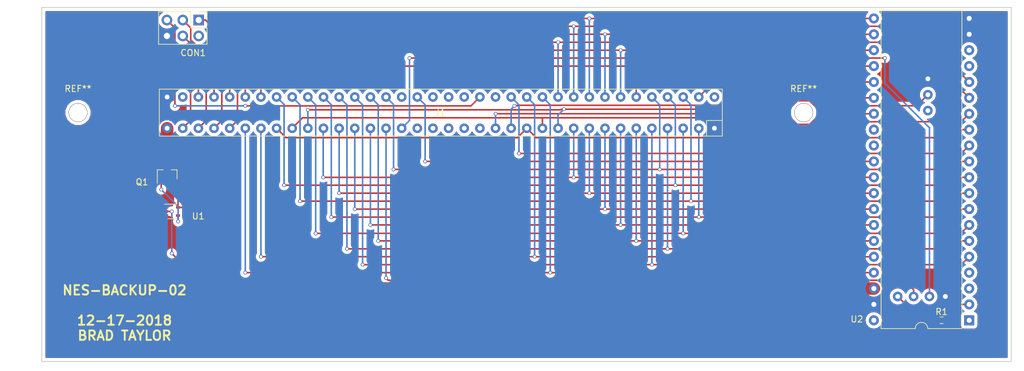
<source format=kicad_pcb>
(kicad_pcb (version 4) (host pcbnew 4.0.4-stable)

  (general
    (links 73)
    (no_connects 0)
    (area 63.450713 68.6 227.250001 127.900001)
    (thickness 1.6)
    (drawings 5)
    (tracks 352)
    (zones 0)
    (modules 8)
    (nets 63)
  )

  (page A4)
  (layers
    (0 F.Cu signal)
    (31 B.Cu signal)
    (32 B.Adhes user)
    (33 F.Adhes user)
    (34 B.Paste user)
    (35 F.Paste user)
    (36 B.SilkS user)
    (37 F.SilkS user)
    (38 B.Mask user)
    (39 F.Mask user)
    (40 Dwgs.User user)
    (41 Cmts.User user)
    (42 Eco1.User user)
    (43 Eco2.User user)
    (44 Edge.Cuts user)
    (45 Margin user)
    (46 B.CrtYd user)
    (47 F.CrtYd user)
    (48 B.Fab user)
    (49 F.Fab user)
  )

  (setup
    (last_trace_width 0.25)
    (trace_clearance 0.2)
    (zone_clearance 0.508)
    (zone_45_only no)
    (trace_min 0.2)
    (segment_width 0.2)
    (edge_width 0.15)
    (via_size 0.6)
    (via_drill 0.4)
    (via_min_size 0.4)
    (via_min_drill 0.3)
    (uvia_size 0.3)
    (uvia_drill 0.1)
    (uvias_allowed no)
    (uvia_min_size 0.2)
    (uvia_min_drill 0.1)
    (pcb_text_width 0.3)
    (pcb_text_size 1.5 1.5)
    (mod_edge_width 0.15)
    (mod_text_size 1 1)
    (mod_text_width 0.15)
    (pad_size 1.524 1.524)
    (pad_drill 0.762)
    (pad_to_mask_clearance 0.2)
    (aux_axis_origin -367.1 -200.05)
    (visible_elements 7FFFFFFF)
    (pcbplotparams
      (layerselection 0x010f0_80000001)
      (usegerberextensions false)
      (excludeedgelayer false)
      (linewidth 0.100000)
      (plotframeref false)
      (viasonmask false)
      (mode 1)
      (useauxorigin false)
      (hpglpennumber 1)
      (hpglpenspeed 20)
      (hpglpendiameter 15)
      (hpglpenoverlay 2)
      (psnegative false)
      (psa4output false)
      (plotreference true)
      (plotvalue true)
      (plotinvisibletext false)
      (padsonsilk false)
      (subtractmaskfromsilk false)
      (outputformat 1)
      (mirror false)
      (drillshape 0)
      (scaleselection 1)
      (outputdirectory NES_Backup_v01/))
  )

  (net 0 "")
  (net 1 S0)
  (net 2 "Net-(CON1-Pad2)")
  (net 3 S2)
  (net 4 S1)
  (net 5 EXP_8)
  (net 6 GND)
  (net 7 A11)
  (net 8 A10)
  (net 9 A9)
  (net 10 A8)
  (net 11 A7)
  (net 12 A6)
  (net 13 A5)
  (net 14 A4)
  (net 15 A3)
  (net 16 A2)
  (net 17 A1)
  (net 18 A0)
  (net 19 R/W)
  (net 20 ~IRQ)
  (net 21 "Net-(J1-Pad16)")
  (net 22 "Net-(J1-Pad17)")
  (net 23 "Net-(J1-Pad18)")
  (net 24 "Net-(J1-Pad19)")
  (net 25 "Net-(J1-Pad20)")
  (net 26 ~RD)
  (net 27 NT_A10)
  (net 28 D0)
  (net 29 D1)
  (net 30 D2)
  (net 31 D3)
  (net 32 "Net-(J1-Pad36)")
  (net 33 "Net-(J1-Pad37)")
  (net 34 M2)
  (net 35 A12)
  (net 36 A13)
  (net 37 A14)
  (net 38 D7)
  (net 39 D6)
  (net 40 D5)
  (net 41 D4)
  (net 42 ~ROMSEL)
  (net 43 "Net-(J1-Pad51)")
  (net 44 "Net-(J1-Pad53)")
  (net 45 "Net-(J1-Pad54)")
  (net 46 "Net-(J1-Pad55)")
  (net 47 ~WR)
  (net 48 "Net-(J1-Pad57)")
  (net 49 "Net-(J1-Pad71)")
  (net 50 "Net-(Q1-Pad1)")
  (net 51 VCC)
  (net 52 "Net-(R1-Pad1)")
  (net 53 "Net-(R1-Pad2)")
  (net 54 "Net-(U2-Pad1)")
  (net 55 "Net-(U2-Pad3)")
  (net 56 "Net-(U2-Pad4)")
  (net 57 "Net-(U2-Pad28)")
  (net 58 "Net-(U2-Pad29)")
  (net 59 "Net-(U2-Pad17)")
  (net 60 "Net-(U2-Pad18)")
  (net 61 "Net-(U2-Pad40)")
  (net 62 "Net-(U2-Pad45)")

  (net_class Default "This is the default net class."
    (clearance 0.2)
    (trace_width 0.25)
    (via_dia 0.6)
    (via_drill 0.4)
    (uvia_dia 0.3)
    (uvia_drill 0.1)
    (add_net A0)
    (add_net A1)
    (add_net A10)
    (add_net A11)
    (add_net A12)
    (add_net A13)
    (add_net A14)
    (add_net A2)
    (add_net A3)
    (add_net A4)
    (add_net A5)
    (add_net A6)
    (add_net A7)
    (add_net A8)
    (add_net A9)
    (add_net D0)
    (add_net D1)
    (add_net D2)
    (add_net D3)
    (add_net D4)
    (add_net D5)
    (add_net D6)
    (add_net D7)
    (add_net EXP_8)
    (add_net GND)
    (add_net M2)
    (add_net NT_A10)
    (add_net "Net-(CON1-Pad2)")
    (add_net "Net-(J1-Pad16)")
    (add_net "Net-(J1-Pad17)")
    (add_net "Net-(J1-Pad18)")
    (add_net "Net-(J1-Pad19)")
    (add_net "Net-(J1-Pad20)")
    (add_net "Net-(J1-Pad36)")
    (add_net "Net-(J1-Pad37)")
    (add_net "Net-(J1-Pad51)")
    (add_net "Net-(J1-Pad53)")
    (add_net "Net-(J1-Pad54)")
    (add_net "Net-(J1-Pad55)")
    (add_net "Net-(J1-Pad57)")
    (add_net "Net-(J1-Pad71)")
    (add_net "Net-(Q1-Pad1)")
    (add_net "Net-(R1-Pad1)")
    (add_net "Net-(R1-Pad2)")
    (add_net "Net-(U2-Pad1)")
    (add_net "Net-(U2-Pad17)")
    (add_net "Net-(U2-Pad18)")
    (add_net "Net-(U2-Pad28)")
    (add_net "Net-(U2-Pad29)")
    (add_net "Net-(U2-Pad3)")
    (add_net "Net-(U2-Pad4)")
    (add_net "Net-(U2-Pad40)")
    (add_net "Net-(U2-Pad45)")
    (add_net R/W)
    (add_net S0)
    (add_net S1)
    (add_net S2)
    (add_net VCC)
    (add_net ~IRQ)
    (add_net ~RD)
    (add_net ~ROMSEL)
    (add_net ~WR)
  )

  (module blue_pill:NES_CART (layer F.Cu) (tedit 5BDDECE3) (tstamp 5BDE3370)
    (at 133.99135 86.607334 180)
    (descr "Through hole straight pin header, 2x36, 2.54mm pitch, double rows")
    (tags "Through hole pin header THT 2x36 2.54mm double row")
    (path /5BD6C47C)
    (fp_text reference J1 (at 0.08128 -0.02794 360) (layer F.SilkS)
      (effects (font (size 1 1) (thickness 0.15)))
    )
    (fp_text value NES-CART (at 0 5.75 360) (layer F.Fab)
      (effects (font (size 1 1) (thickness 0.15)))
    )
    (fp_circle (center 58 0) (end 59.5 0) (layer F.Fab) (width 0.15))
    (fp_circle (center -58 0) (end -59.5 0) (layer F.Fab) (width 0.15))
    (fp_line (start -45 3.75) (end -45 -3.75) (layer F.Fab) (width 0.1))
    (fp_line (start -45 3.75) (end 45 3.75) (layer F.Fab) (width 0.1))
    (fp_line (start 45 3.75) (end 45 -3.75) (layer F.SilkS) (width 0.12))
    (fp_line (start -45 3.75) (end 45 3.75) (layer F.SilkS) (width 0.12))
    (fp_line (start -45 -3.75) (end 45 -3.75) (layer F.SilkS) (width 0.12))
    (fp_line (start -42.5 -1.25) (end -42.5 -3.75) (layer F.SilkS) (width 0.12))
    (fp_line (start -42.5 -1.25) (end -45 -1.25) (layer F.SilkS) (width 0.12))
    (fp_line (start -45 3.75) (end -45 -3.75) (layer F.SilkS) (width 0.12))
    (fp_line (start -63 4.5) (end 63 4.5) (layer F.CrtYd) (width 0.05))
    (fp_line (start 63 4.5) (end 63 -4.5) (layer F.CrtYd) (width 0.05))
    (fp_line (start 63 -4.5) (end -63 -4.5) (layer F.CrtYd) (width 0.05))
    (fp_line (start -63 -4.5) (end -63 4.5) (layer F.CrtYd) (width 0.05))
    (fp_text user %R (at 0 -5.75 360) (layer F.Fab)
      (effects (font (size 1 1) (thickness 0.15)))
    )
    (fp_line (start -45 -3.75) (end 45 -3.75) (layer F.Fab) (width 0.1))
    (fp_line (start 45 3.75) (end 45 -3.75) (layer F.Fab) (width 0.1))
    (pad 1 thru_hole circle (at -43.75 -2.5 180) (size 1.524 1.524) (drill 0.762) (layers *.Cu *.Mask)
      (net 6 GND))
    (pad 2 thru_hole circle (at -41.25 -2.5 180) (size 1.524 1.524) (drill 0.762) (layers *.Cu *.Mask)
      (net 7 A11))
    (pad 3 thru_hole circle (at -38.75 -2.5 180) (size 1.524 1.524) (drill 0.762) (layers *.Cu *.Mask)
      (net 8 A10))
    (pad 4 thru_hole circle (at -36.25 -2.5 180) (size 1.524 1.524) (drill 0.762) (layers *.Cu *.Mask)
      (net 9 A9))
    (pad 5 thru_hole circle (at -33.75 -2.5 180) (size 1.524 1.524) (drill 0.762) (layers *.Cu *.Mask)
      (net 10 A8))
    (pad 6 thru_hole circle (at -31.25 -2.5 180) (size 1.524 1.524) (drill 0.762) (layers *.Cu *.Mask)
      (net 11 A7))
    (pad 7 thru_hole circle (at -28.75 -2.5 180) (size 1.524 1.524) (drill 0.762) (layers *.Cu *.Mask)
      (net 12 A6))
    (pad 8 thru_hole circle (at -26.25 -2.5 180) (size 1.524 1.524) (drill 0.762) (layers *.Cu *.Mask)
      (net 13 A5))
    (pad 9 thru_hole circle (at -23.75 -2.5 180) (size 1.524 1.524) (drill 0.762) (layers *.Cu *.Mask)
      (net 14 A4))
    (pad 10 thru_hole circle (at -21.25 -2.5 180) (size 1.524 1.524) (drill 0.762) (layers *.Cu *.Mask)
      (net 15 A3))
    (pad 11 thru_hole circle (at -18.75 -2.5 180) (size 1.524 1.524) (drill 0.762) (layers *.Cu *.Mask)
      (net 16 A2))
    (pad 12 thru_hole circle (at -16.25 -2.5 180) (size 1.524 1.524) (drill 0.762) (layers *.Cu *.Mask)
      (net 17 A1))
    (pad 13 thru_hole circle (at -13.75 -2.5 180) (size 1.524 1.524) (drill 0.762) (layers *.Cu *.Mask)
      (net 18 A0))
    (pad 14 thru_hole circle (at -11.25 -2.5 180) (size 1.524 1.524) (drill 0.762) (layers *.Cu *.Mask)
      (net 19 R/W))
    (pad 15 thru_hole circle (at -8.75 -2.5 180) (size 1.524 1.524) (drill 0.762) (layers *.Cu *.Mask)
      (net 20 ~IRQ))
    (pad 16 thru_hole circle (at -6.25 -2.5 180) (size 1.524 1.524) (drill 0.762) (layers *.Cu *.Mask)
      (net 21 "Net-(J1-Pad16)"))
    (pad 17 thru_hole circle (at -3.75 -2.5 180) (size 1.524 1.524) (drill 0.762) (layers *.Cu *.Mask)
      (net 22 "Net-(J1-Pad17)"))
    (pad 18 thru_hole circle (at -1.25 -2.5 180) (size 1.524 1.524) (drill 0.762) (layers *.Cu *.Mask)
      (net 23 "Net-(J1-Pad18)"))
    (pad 19 thru_hole circle (at 1.25 -2.5 180) (size 1.524 1.524) (drill 0.762) (layers *.Cu *.Mask)
      (net 24 "Net-(J1-Pad19)"))
    (pad 20 thru_hole circle (at 3.75 -2.5 180) (size 1.524 1.524) (drill 0.762) (layers *.Cu *.Mask)
      (net 25 "Net-(J1-Pad20)"))
    (pad 21 thru_hole circle (at 6.25 -2.5 180) (size 1.524 1.524) (drill 0.762) (layers *.Cu *.Mask)
      (net 26 ~RD))
    (pad 22 thru_hole circle (at 8.75 -2.5 180) (size 1.524 1.524) (drill 0.762) (layers *.Cu *.Mask)
      (net 27 NT_A10))
    (pad 23 thru_hole circle (at 11.25 -2.5 180) (size 1.524 1.524) (drill 0.762) (layers *.Cu *.Mask)
      (net 12 A6))
    (pad 24 thru_hole circle (at 13.75 -2.5 180) (size 1.524 1.524) (drill 0.762) (layers *.Cu *.Mask)
      (net 13 A5))
    (pad 25 thru_hole circle (at 16.25 -2.5 180) (size 1.524 1.524) (drill 0.762) (layers *.Cu *.Mask)
      (net 14 A4))
    (pad 26 thru_hole circle (at 18.75 -2.5 180) (size 1.524 1.524) (drill 0.762) (layers *.Cu *.Mask)
      (net 15 A3))
    (pad 27 thru_hole circle (at 21.25 -2.5 180) (size 1.524 1.524) (drill 0.762) (layers *.Cu *.Mask)
      (net 16 A2))
    (pad 28 thru_hole circle (at 23.75 -2.5 180) (size 1.524 1.524) (drill 0.762) (layers *.Cu *.Mask)
      (net 17 A1))
    (pad 29 thru_hole circle (at 26.25 -2.5 180) (size 1.524 1.524) (drill 0.762) (layers *.Cu *.Mask)
      (net 18 A0))
    (pad 30 thru_hole circle (at 28.75 -2.5 180) (size 1.524 1.524) (drill 0.762) (layers *.Cu *.Mask)
      (net 28 D0))
    (pad 31 thru_hole circle (at 31.25 -2.5 180) (size 1.524 1.524) (drill 0.762) (layers *.Cu *.Mask)
      (net 29 D1))
    (pad 32 thru_hole circle (at 33.75 -2.5 180) (size 1.524 1.524) (drill 0.762) (layers *.Cu *.Mask)
      (net 30 D2))
    (pad 33 thru_hole circle (at 36.25 -2.5 180) (size 1.524 1.524) (drill 0.762) (layers *.Cu *.Mask)
      (net 31 D3))
    (pad 34 thru_hole circle (at 38.75 -2.5 180) (size 1.524 1.524) (drill 0.762) (layers *.Cu *.Mask)
      (net 1 S0))
    (pad 35 thru_hole circle (at 41.25 -2.5 180) (size 1.524 1.524) (drill 0.762) (layers *.Cu *.Mask)
      (net 4 S1))
    (pad 36 thru_hole circle (at 43.75 -2.5 180) (size 1.524 1.524) (drill 0.762) (layers *.Cu *.Mask)
      (net 32 "Net-(J1-Pad36)"))
    (pad 37 thru_hole circle (at -43.75 2.5 180) (size 1.524 1.524) (drill 0.762) (layers *.Cu *.Mask)
      (net 33 "Net-(J1-Pad37)"))
    (pad 38 thru_hole circle (at -41.25 2.5 180) (size 1.524 1.524) (drill 0.762) (layers *.Cu *.Mask)
      (net 34 M2))
    (pad 39 thru_hole circle (at -38.75 2.5 180) (size 1.524 1.524) (drill 0.762) (layers *.Cu *.Mask)
      (net 35 A12))
    (pad 40 thru_hole circle (at -36.25 2.5 180) (size 1.524 1.524) (drill 0.762) (layers *.Cu *.Mask)
      (net 36 A13))
    (pad 41 thru_hole circle (at -33.75 2.5 180) (size 1.524 1.524) (drill 0.762) (layers *.Cu *.Mask)
      (net 37 A14))
    (pad 42 thru_hole circle (at -31.25 2.5 180) (size 1.524 1.524) (drill 0.762) (layers *.Cu *.Mask)
      (net 38 D7))
    (pad 43 thru_hole circle (at -28.75 2.5 180) (size 1.524 1.524) (drill 0.762) (layers *.Cu *.Mask)
      (net 39 D6))
    (pad 44 thru_hole circle (at -26.25 2.5 180) (size 1.524 1.524) (drill 0.762) (layers *.Cu *.Mask)
      (net 40 D5))
    (pad 45 thru_hole circle (at -23.75 2.5 180) (size 1.524 1.524) (drill 0.762) (layers *.Cu *.Mask)
      (net 41 D4))
    (pad 46 thru_hole circle (at -21.25 2.5 180) (size 1.524 1.524) (drill 0.762) (layers *.Cu *.Mask)
      (net 31 D3))
    (pad 47 thru_hole circle (at -18.75 2.5 180) (size 1.524 1.524) (drill 0.762) (layers *.Cu *.Mask)
      (net 30 D2))
    (pad 48 thru_hole circle (at -16.25 2.5 180) (size 1.524 1.524) (drill 0.762) (layers *.Cu *.Mask)
      (net 29 D1))
    (pad 49 thru_hole circle (at -13.75 2.5 180) (size 1.524 1.524) (drill 0.762) (layers *.Cu *.Mask)
      (net 28 D0))
    (pad 50 thru_hole circle (at -11.25 2.5 180) (size 1.524 1.524) (drill 0.762) (layers *.Cu *.Mask)
      (net 42 ~ROMSEL))
    (pad 51 thru_hole circle (at -8.75 2.5 180) (size 1.524 1.524) (drill 0.762) (layers *.Cu *.Mask)
      (net 43 "Net-(J1-Pad51)"))
    (pad 52 thru_hole circle (at -6.25 2.5 180) (size 1.524 1.524) (drill 0.762) (layers *.Cu *.Mask)
      (net 5 EXP_8))
    (pad 53 thru_hole circle (at -3.75 2.5 180) (size 1.524 1.524) (drill 0.762) (layers *.Cu *.Mask)
      (net 44 "Net-(J1-Pad53)"))
    (pad 54 thru_hole circle (at -1.25 2.5 180) (size 1.524 1.524) (drill 0.762) (layers *.Cu *.Mask)
      (net 45 "Net-(J1-Pad54)"))
    (pad 55 thru_hole circle (at 1.25 2.5 180) (size 1.524 1.524) (drill 0.762) (layers *.Cu *.Mask)
      (net 46 "Net-(J1-Pad55)"))
    (pad 56 thru_hole circle (at 3.75 2.5 180) (size 1.524 1.524) (drill 0.762) (layers *.Cu *.Mask)
      (net 47 ~WR))
    (pad 57 thru_hole circle (at 6.25 2.5 180) (size 1.524 1.524) (drill 0.762) (layers *.Cu *.Mask)
      (net 48 "Net-(J1-Pad57)"))
    (pad 58 thru_hole circle (at 8.75 2.5 180) (size 1.524 1.524) (drill 0.762) (layers *.Cu *.Mask)
      (net 37 A14))
    (pad 59 thru_hole circle (at 11.25 2.5 180) (size 1.524 1.524) (drill 0.762) (layers *.Cu *.Mask)
      (net 11 A7))
    (pad 60 thru_hole circle (at 13.75 2.5 180) (size 1.524 1.524) (drill 0.762) (layers *.Cu *.Mask)
      (net 10 A8))
    (pad 61 thru_hole circle (at 16.25 2.5 180) (size 1.524 1.524) (drill 0.762) (layers *.Cu *.Mask)
      (net 9 A9))
    (pad 62 thru_hole circle (at 18.75 2.5 180) (size 1.524 1.524) (drill 0.762) (layers *.Cu *.Mask)
      (net 7 A11))
    (pad 63 thru_hole circle (at 21.25 2.5 180) (size 1.524 1.524) (drill 0.762) (layers *.Cu *.Mask)
      (net 8 A10))
    (pad 64 thru_hole circle (at 23.75 2.5 180) (size 1.524 1.524) (drill 0.762) (layers *.Cu *.Mask)
      (net 35 A12))
    (pad 65 thru_hole circle (at 26.25 2.5 180) (size 1.524 1.524) (drill 0.762) (layers *.Cu *.Mask)
      (net 36 A13))
    (pad 66 thru_hole circle (at 28.75 2.5 180) (size 1.524 1.524) (drill 0.762) (layers *.Cu *.Mask)
      (net 38 D7))
    (pad 67 thru_hole circle (at 31.25 2.5 180) (size 1.524 1.524) (drill 0.762) (layers *.Cu *.Mask)
      (net 39 D6))
    (pad 68 thru_hole circle (at 33.75 2.5 180) (size 1.524 1.524) (drill 0.762) (layers *.Cu *.Mask)
      (net 40 D5))
    (pad 69 thru_hole circle (at 36.25 2.5 180) (size 1.524 1.524) (drill 0.762) (layers *.Cu *.Mask)
      (net 41 D4))
    (pad 70 thru_hole circle (at 38.75 2.5 180) (size 1.524 1.524) (drill 0.762) (layers *.Cu *.Mask)
      (net 3 S2))
    (pad 71 thru_hole circle (at 41.25 2.5 180) (size 1.524 1.524) (drill 0.762) (layers *.Cu *.Mask)
      (net 49 "Net-(J1-Pad71)"))
    (pad 72 thru_hole circle (at 43.75 2.5 180) (size 1.524 1.524) (drill 0.762) (layers *.Cu *.Mask)
      (net 6 GND))
    (model ${KISYS3DMOD}/Pin_Headers.3dshapes/Pin_Header_Straight_2x36_Pitch2.54mm.wrl
      (at (xyz 0 0 0))
      (scale (xyz 1 1 1))
      (rotate (xyz 0 0 0))
    )
  )

  (module Pin_Headers:Pin_Header_Straight_2x03_Pitch2.54mm (layer F.Cu) (tedit 59650532) (tstamp 5BDE3313)
    (at 95.29135 71.807334 270)
    (descr "Through hole straight pin header, 2x03, 2.54mm pitch, double rows")
    (tags "Through hole pin header THT 2x03 2.54mm double row")
    (path /5BD7AE9D)
    (fp_text reference CON1 (at 5.242666 0.89135 360) (layer F.SilkS)
      (effects (font (size 1 1) (thickness 0.15)))
    )
    (fp_text value AVR-ISP-6 (at 6.842666 3.14135 360) (layer F.Fab)
      (effects (font (size 1 1) (thickness 0.15)))
    )
    (fp_line (start 0 -1.27) (end 3.81 -1.27) (layer F.Fab) (width 0.1))
    (fp_line (start 3.81 -1.27) (end 3.81 6.35) (layer F.Fab) (width 0.1))
    (fp_line (start 3.81 6.35) (end -1.27 6.35) (layer F.Fab) (width 0.1))
    (fp_line (start -1.27 6.35) (end -1.27 0) (layer F.Fab) (width 0.1))
    (fp_line (start -1.27 0) (end 0 -1.27) (layer F.Fab) (width 0.1))
    (fp_line (start -1.33 6.41) (end 3.87 6.41) (layer F.SilkS) (width 0.12))
    (fp_line (start -1.33 1.27) (end -1.33 6.41) (layer F.SilkS) (width 0.12))
    (fp_line (start 3.87 -1.33) (end 3.87 6.41) (layer F.SilkS) (width 0.12))
    (fp_line (start -1.33 1.27) (end 1.27 1.27) (layer F.SilkS) (width 0.12))
    (fp_line (start 1.27 1.27) (end 1.27 -1.33) (layer F.SilkS) (width 0.12))
    (fp_line (start 1.27 -1.33) (end 3.87 -1.33) (layer F.SilkS) (width 0.12))
    (fp_line (start -1.33 0) (end -1.33 -1.33) (layer F.SilkS) (width 0.12))
    (fp_line (start -1.33 -1.33) (end 0 -1.33) (layer F.SilkS) (width 0.12))
    (fp_line (start -1.8 -1.8) (end -1.8 6.85) (layer F.CrtYd) (width 0.05))
    (fp_line (start -1.8 6.85) (end 4.35 6.85) (layer F.CrtYd) (width 0.05))
    (fp_line (start 4.35 6.85) (end 4.35 -1.8) (layer F.CrtYd) (width 0.05))
    (fp_line (start 4.35 -1.8) (end -1.8 -1.8) (layer F.CrtYd) (width 0.05))
    (fp_text user %R (at 1.27 2.54 360) (layer F.Fab)
      (effects (font (size 1 1) (thickness 0.15)))
    )
    (pad 1 thru_hole rect (at 0 0 270) (size 1.7 1.7) (drill 1) (layers *.Cu *.Mask)
      (net 1 S0))
    (pad 2 thru_hole oval (at 2.54 0 270) (size 1.7 1.7) (drill 1) (layers *.Cu *.Mask)
      (net 2 "Net-(CON1-Pad2)"))
    (pad 3 thru_hole oval (at 0 2.54 270) (size 1.7 1.7) (drill 1) (layers *.Cu *.Mask)
      (net 3 S2))
    (pad 4 thru_hole oval (at 2.54 2.54 270) (size 1.7 1.7) (drill 1) (layers *.Cu *.Mask)
      (net 4 S1))
    (pad 5 thru_hole oval (at 0 5.08 270) (size 1.7 1.7) (drill 1) (layers *.Cu *.Mask)
      (net 5 EXP_8))
    (pad 6 thru_hole oval (at 2.54 5.08 270) (size 1.7 1.7) (drill 1) (layers *.Cu *.Mask)
      (net 6 GND))
    (model ${KISYS3DMOD}/Pin_Headers.3dshapes/Pin_Header_Straight_2x03_Pitch2.54mm.wrl
      (at (xyz 0 0 0))
      (scale (xyz 1 1 1))
      (rotate (xyz 0 0 0))
    )
  )

  (module TO_SOT_Packages_SMD:SOT-23 (layer F.Cu) (tedit 5BDF6BCC) (tstamp 5BDE3385)
    (at 90.25 96.5 90)
    (descr "SOT-23, Standard")
    (tags SOT-23)
    (path /5BDDCDF9)
    (attr smd)
    (fp_text reference Q1 (at -1.207334 -4.02865 180) (layer F.SilkS)
      (effects (font (size 1 1) (thickness 0.15)))
    )
    (fp_text value TSM500P02CX (at -2.65 -3.4 180) (layer F.Fab)
      (effects (font (size 1 1) (thickness 0.15)))
    )
    (fp_text user %R (at 0 0 180) (layer F.Fab)
      (effects (font (size 0.5 0.5) (thickness 0.075)))
    )
    (fp_line (start -0.7 -0.95) (end -0.7 1.5) (layer F.Fab) (width 0.1))
    (fp_line (start -0.15 -1.52) (end 0.7 -1.52) (layer F.Fab) (width 0.1))
    (fp_line (start -0.7 -0.95) (end -0.15 -1.52) (layer F.Fab) (width 0.1))
    (fp_line (start 0.7 -1.52) (end 0.7 1.52) (layer F.Fab) (width 0.1))
    (fp_line (start -0.7 1.52) (end 0.7 1.52) (layer F.Fab) (width 0.1))
    (fp_line (start 0.76 1.58) (end 0.76 0.65) (layer F.SilkS) (width 0.12))
    (fp_line (start 0.76 -1.58) (end 0.76 -0.65) (layer F.SilkS) (width 0.12))
    (fp_line (start -1.7 -1.75) (end 1.7 -1.75) (layer F.CrtYd) (width 0.05))
    (fp_line (start 1.7 -1.75) (end 1.7 1.75) (layer F.CrtYd) (width 0.05))
    (fp_line (start 1.7 1.75) (end -1.7 1.75) (layer F.CrtYd) (width 0.05))
    (fp_line (start -1.7 1.75) (end -1.7 -1.75) (layer F.CrtYd) (width 0.05))
    (fp_line (start 0.76 -1.58) (end -1.4 -1.58) (layer F.SilkS) (width 0.12))
    (fp_line (start 0.76 1.58) (end -0.7 1.58) (layer F.SilkS) (width 0.12))
    (pad 1 smd rect (at -1 -0.95 90) (size 0.9 0.8) (layers F.Cu F.Paste F.Mask)
      (net 50 "Net-(Q1-Pad1)"))
    (pad 2 smd rect (at -1 0.95 90) (size 0.9 0.8) (layers F.Cu F.Paste F.Mask)
      (net 51 VCC))
    (pad 3 smd rect (at 1 0 90) (size 0.9 0.8) (layers F.Cu F.Paste F.Mask)
      (net 32 "Net-(J1-Pad36)"))
    (model ${KISYS3DMOD}/TO_SOT_Packages_SMD.3dshapes/SOT-23.wrl
      (at (xyz 0 0 0))
      (scale (xyz 1 1 1))
      (rotate (xyz 0 0 0))
    )
  )

  (module Resistors_SMD:R_0402 (layer F.Cu) (tedit 58E0A804) (tstamp 5BDE3396)
    (at 214.05 119.8)
    (descr "Resistor SMD 0402, reflow soldering, Vishay (see dcrcw.pdf)")
    (tags "resistor 0402")
    (path /5BD6E612)
    (attr smd)
    (fp_text reference R1 (at 0 -1.35) (layer F.SilkS)
      (effects (font (size 1 1) (thickness 0.15)))
    )
    (fp_text value 10K (at -3.6 -1.35) (layer F.Fab)
      (effects (font (size 1 1) (thickness 0.15)))
    )
    (fp_text user %R (at 0 -1.35) (layer F.Fab)
      (effects (font (size 1 1) (thickness 0.15)))
    )
    (fp_line (start -0.5 0.25) (end -0.5 -0.25) (layer F.Fab) (width 0.1))
    (fp_line (start 0.5 0.25) (end -0.5 0.25) (layer F.Fab) (width 0.1))
    (fp_line (start 0.5 -0.25) (end 0.5 0.25) (layer F.Fab) (width 0.1))
    (fp_line (start -0.5 -0.25) (end 0.5 -0.25) (layer F.Fab) (width 0.1))
    (fp_line (start 0.25 -0.53) (end -0.25 -0.53) (layer F.SilkS) (width 0.12))
    (fp_line (start -0.25 0.53) (end 0.25 0.53) (layer F.SilkS) (width 0.12))
    (fp_line (start -0.8 -0.45) (end 0.8 -0.45) (layer F.CrtYd) (width 0.05))
    (fp_line (start -0.8 -0.45) (end -0.8 0.45) (layer F.CrtYd) (width 0.05))
    (fp_line (start 0.8 0.45) (end 0.8 -0.45) (layer F.CrtYd) (width 0.05))
    (fp_line (start 0.8 0.45) (end -0.8 0.45) (layer F.CrtYd) (width 0.05))
    (pad 1 smd rect (at -0.45 0) (size 0.4 0.6) (layers F.Cu F.Paste F.Mask)
      (net 52 "Net-(R1-Pad1)"))
    (pad 2 smd rect (at 0.45 0) (size 0.4 0.6) (layers F.Cu F.Paste F.Mask)
      (net 53 "Net-(R1-Pad2)"))
    (model ${KISYS3DMOD}/Resistors_SMD.3dshapes/R_0402.wrl
      (at (xyz 0 0 0))
      (scale (xyz 1 1 1))
      (rotate (xyz 0 0 0))
    )
  )

  (module TO_SOT_Packages_SMD:SOT-353_SC-70-5 (layer F.Cu) (tedit 5BDF6BA0) (tstamp 5BDE33AB)
    (at 91.04135 102.407334)
    (descr "SOT-353, SC-70-5")
    (tags "SOT-353 SC-70-5")
    (path /5BDDC933)
    (attr smd)
    (fp_text reference U1 (at 4.17865 0.752666) (layer F.SilkS)
      (effects (font (size 1 1) (thickness 0.15)))
    )
    (fp_text value 74AHCT1G125 (at 3.45 2.4 180) (layer F.Fab)
      (effects (font (size 1 1) (thickness 0.15)))
    )
    (fp_text user %R (at 0 0 90) (layer F.Fab)
      (effects (font (size 0.5 0.5) (thickness 0.075)))
    )
    (fp_line (start 0.7 -1.16) (end -1.2 -1.16) (layer F.SilkS) (width 0.12))
    (fp_line (start -0.7 1.16) (end 0.7 1.16) (layer F.SilkS) (width 0.12))
    (fp_line (start 1.6 1.4) (end 1.6 -1.4) (layer F.CrtYd) (width 0.05))
    (fp_line (start -1.6 -1.4) (end -1.6 1.4) (layer F.CrtYd) (width 0.05))
    (fp_line (start -1.6 -1.4) (end 1.6 -1.4) (layer F.CrtYd) (width 0.05))
    (fp_line (start 0.675 -1.1) (end -0.175 -1.1) (layer F.Fab) (width 0.1))
    (fp_line (start -0.675 -0.6) (end -0.675 1.1) (layer F.Fab) (width 0.1))
    (fp_line (start -1.6 1.4) (end 1.6 1.4) (layer F.CrtYd) (width 0.05))
    (fp_line (start 0.675 -1.1) (end 0.675 1.1) (layer F.Fab) (width 0.1))
    (fp_line (start 0.675 1.1) (end -0.675 1.1) (layer F.Fab) (width 0.1))
    (fp_line (start -0.175 -1.1) (end -0.675 -0.6) (layer F.Fab) (width 0.1))
    (pad 1 smd rect (at -0.95 -0.65) (size 0.65 0.4) (layers F.Cu F.Paste F.Mask)
      (net 6 GND))
    (pad 3 smd rect (at -0.95 0.65) (size 0.65 0.4) (layers F.Cu F.Paste F.Mask)
      (net 6 GND))
    (pad 2 smd rect (at -0.95 0) (size 0.65 0.4) (layers F.Cu F.Paste F.Mask)
      (net 53 "Net-(R1-Pad2)"))
    (pad 4 smd rect (at 0.95 0.65) (size 0.65 0.4) (layers F.Cu F.Paste F.Mask)
      (net 50 "Net-(Q1-Pad1)"))
    (pad 5 smd rect (at 0.95 -0.65) (size 0.65 0.4) (layers F.Cu F.Paste F.Mask)
      (net 51 VCC))
    (model ${KISYS3DMOD}/TO_SOT_Packages_SMD.3dshapes/SOT-353_SC-70-5.wrl
      (at (xyz 0 0 0))
      (scale (xyz 1 1 1))
      (rotate (xyz 0 0 0))
    )
  )

  (module blue_pill:blue_pill (layer F.Cu) (tedit 5BDDD839) (tstamp 5BDE33EE)
    (at 218.46635 119.807334 180)
    (descr "40-lead though-hole mounted DIP package, row spacing 15.24 mm (600 mils)")
    (tags "THT DIP DIL PDIP 2.54mm 15.24mm 600mil")
    (path /5BDDDE7E)
    (fp_text reference U2 (at 17.95 0.175 180) (layer F.SilkS)
      (effects (font (size 1 1) (thickness 0.15)))
    )
    (fp_text value BLUE_PILL (at 7.46635 48.507334 180) (layer F.Fab)
      (effects (font (size 1 1) (thickness 0.15)))
    )
    (fp_arc (start 7.62 -1.33) (end 6.62 -1.33) (angle -180) (layer F.SilkS) (width 0.12))
    (fp_line (start 1.255 -1.27) (end 14.985 -1.27) (layer F.Fab) (width 0.1))
    (fp_line (start 14.985 -1.27) (end 14.985 49.53) (layer F.Fab) (width 0.1))
    (fp_line (start 14.985 49.53) (end 0.255 49.53) (layer F.Fab) (width 0.1))
    (fp_line (start 0.255 49.53) (end 0.255 -0.27) (layer F.Fab) (width 0.1))
    (fp_line (start 0.255 -0.27) (end 1.255 -1.27) (layer F.Fab) (width 0.1))
    (fp_line (start 6.62 -1.33) (end 1.16 -1.33) (layer F.SilkS) (width 0.12))
    (fp_line (start 1.16 -1.33) (end 1.16 49.59) (layer F.SilkS) (width 0.12))
    (fp_line (start 1.16 49.59) (end 14.08 49.59) (layer F.SilkS) (width 0.12))
    (fp_line (start 14.08 49.59) (end 14.08 -1.33) (layer F.SilkS) (width 0.12))
    (fp_line (start 14.08 -1.33) (end 8.62 -1.33) (layer F.SilkS) (width 0.12))
    (fp_line (start -1.05 -1.55) (end -1.05 49.8) (layer F.CrtYd) (width 0.05))
    (fp_line (start -1.05 49.8) (end 16.3 49.8) (layer F.CrtYd) (width 0.05))
    (fp_line (start 16.3 49.8) (end 16.3 -1.55) (layer F.CrtYd) (width 0.05))
    (fp_line (start 16.3 -1.55) (end -1.05 -1.55) (layer F.CrtYd) (width 0.05))
    (fp_text user %R (at 7.62 24.13 180) (layer F.Fab)
      (effects (font (size 1 1) (thickness 0.15)))
    )
    (pad 1 thru_hole rect (at 0 0 180) (size 1.6 1.6) (drill 0.8) (layers *.Cu *.Mask)
      (net 54 "Net-(U2-Pad1)"))
    (pad 21 thru_hole oval (at 15.24 48.26 180) (size 1.6 1.6) (drill 0.8) (layers *.Cu *.Mask)
      (net 41 D4))
    (pad 2 thru_hole oval (at 0 2.54 180) (size 1.6 1.6) (drill 0.8) (layers *.Cu *.Mask)
      (net 53 "Net-(R1-Pad2)"))
    (pad 22 thru_hole oval (at 15.24 45.72 180) (size 1.6 1.6) (drill 0.8) (layers *.Cu *.Mask)
      (net 40 D5))
    (pad 3 thru_hole oval (at 0 5.08 180) (size 1.6 1.6) (drill 0.8) (layers *.Cu *.Mask)
      (net 55 "Net-(U2-Pad3)"))
    (pad 23 thru_hole oval (at 15.24 43.18 180) (size 1.6 1.6) (drill 0.8) (layers *.Cu *.Mask)
      (net 39 D6))
    (pad 4 thru_hole oval (at 0 7.62 180) (size 1.6 1.6) (drill 0.8) (layers *.Cu *.Mask)
      (net 56 "Net-(U2-Pad4)"))
    (pad 24 thru_hole oval (at 15.24 40.64 180) (size 1.6 1.6) (drill 0.8) (layers *.Cu *.Mask)
      (net 38 D7))
    (pad 5 thru_hole oval (at 0 10.16 180) (size 1.6 1.6) (drill 0.8) (layers *.Cu *.Mask)
      (net 10 A8))
    (pad 25 thru_hole oval (at 15.24 38.1 180) (size 1.6 1.6) (drill 0.8) (layers *.Cu *.Mask)
      (net 34 M2))
    (pad 6 thru_hole oval (at 0 12.7 180) (size 1.6 1.6) (drill 0.8) (layers *.Cu *.Mask)
      (net 9 A9))
    (pad 26 thru_hole oval (at 15.24 35.56 180) (size 1.6 1.6) (drill 0.8) (layers *.Cu *.Mask)
      (net 19 R/W))
    (pad 7 thru_hole oval (at 0 15.24 180) (size 1.6 1.6) (drill 0.8) (layers *.Cu *.Mask)
      (net 8 A10))
    (pad 27 thru_hole oval (at 15.24 33.02 180) (size 1.6 1.6) (drill 0.8) (layers *.Cu *.Mask)
      (net 20 ~IRQ))
    (pad 8 thru_hole oval (at 0 17.78 180) (size 1.6 1.6) (drill 0.8) (layers *.Cu *.Mask)
      (net 7 A11))
    (pad 28 thru_hole oval (at 15.24 30.48 180) (size 1.6 1.6) (drill 0.8) (layers *.Cu *.Mask)
      (net 57 "Net-(U2-Pad28)"))
    (pad 9 thru_hole oval (at 0 20.32 180) (size 1.6 1.6) (drill 0.8) (layers *.Cu *.Mask)
      (net 35 A12))
    (pad 29 thru_hole oval (at 15.24 27.94 180) (size 1.6 1.6) (drill 0.8) (layers *.Cu *.Mask)
      (net 58 "Net-(U2-Pad29)"))
    (pad 10 thru_hole oval (at 0 22.86 180) (size 1.6 1.6) (drill 0.8) (layers *.Cu *.Mask)
      (net 36 A13))
    (pad 30 thru_hole oval (at 15.24 25.4 180) (size 1.6 1.6) (drill 0.8) (layers *.Cu *.Mask)
      (net 47 ~WR))
    (pad 11 thru_hole oval (at 0 25.4 180) (size 1.6 1.6) (drill 0.8) (layers *.Cu *.Mask)
      (net 37 A14))
    (pad 31 thru_hole oval (at 15.24 22.86 180) (size 1.6 1.6) (drill 0.8) (layers *.Cu *.Mask)
      (net 15 A3))
    (pad 12 thru_hole oval (at 0 27.94 180) (size 1.6 1.6) (drill 0.8) (layers *.Cu *.Mask)
      (net 42 ~ROMSEL))
    (pad 32 thru_hole oval (at 15.24 20.32 180) (size 1.6 1.6) (drill 0.8) (layers *.Cu *.Mask)
      (net 14 A4))
    (pad 13 thru_hole oval (at 0 30.48 180) (size 1.6 1.6) (drill 0.8) (layers *.Cu *.Mask)
      (net 18 A0))
    (pad 33 thru_hole oval (at 15.24 17.78 180) (size 1.6 1.6) (drill 0.8) (layers *.Cu *.Mask)
      (net 13 A5))
    (pad 14 thru_hole oval (at 0 33.02 180) (size 1.6 1.6) (drill 0.8) (layers *.Cu *.Mask)
      (net 17 A1))
    (pad 34 thru_hole oval (at 15.24 15.24 180) (size 1.6 1.6) (drill 0.8) (layers *.Cu *.Mask)
      (net 12 A6))
    (pad 15 thru_hole oval (at 0 35.56 180) (size 1.6 1.6) (drill 0.8) (layers *.Cu *.Mask)
      (net 30 D2))
    (pad 35 thru_hole oval (at 15.24 12.7 180) (size 1.6 1.6) (drill 0.8) (layers *.Cu *.Mask)
      (net 11 A7))
    (pad 16 thru_hole oval (at 0 38.1 180) (size 1.6 1.6) (drill 0.8) (layers *.Cu *.Mask)
      (net 31 D3))
    (pad 36 thru_hole oval (at 15.24 10.16 180) (size 1.6 1.6) (drill 0.8) (layers *.Cu *.Mask)
      (net 28 D0))
    (pad 17 thru_hole oval (at 0 40.64 180) (size 1.6 1.6) (drill 0.8) (layers *.Cu *.Mask)
      (net 59 "Net-(U2-Pad17)"))
    (pad 37 thru_hole oval (at 15.24 7.62 180) (size 1.6 1.6) (drill 0.8) (layers *.Cu *.Mask)
      (net 29 D1))
    (pad 18 thru_hole oval (at 0 43.18 180) (size 1.6 1.6) (drill 0.8) (layers *.Cu *.Mask)
      (net 60 "Net-(U2-Pad18)"))
    (pad 38 thru_hole oval (at 15.24 5.08 180) (size 1.6 1.6) (drill 0.8) (layers *.Cu *.Mask)
      (net 51 VCC))
    (pad 19 thru_hole oval (at 0 45.72 180) (size 1.6 1.6) (drill 0.8) (layers *.Cu *.Mask)
      (net 6 GND))
    (pad 39 thru_hole oval (at 15.24 2.54 180) (size 1.6 1.6) (drill 0.8) (layers *.Cu *.Mask)
      (net 6 GND))
    (pad 20 thru_hole oval (at 0 48.26 180) (size 1.6 1.6) (drill 0.8) (layers *.Cu *.Mask)
      (net 6 GND))
    (pad 40 thru_hole oval (at 15.24 0 180) (size 1.6 1.6) (drill 0.8) (layers *.Cu *.Mask)
      (net 61 "Net-(U2-Pad40)"))
    (pad 41 thru_hole circle (at 11.43 3.81 180) (size 1.524 1.524) (drill 0.762) (layers *.Cu *.Mask)
      (net 52 "Net-(R1-Pad1)"))
    (pad 42 thru_hole circle (at 8.89 3.81 180) (size 1.524 1.524) (drill 0.762) (layers *.Cu *.Mask)
      (net 27 NT_A10))
    (pad 43 thru_hole circle (at 6.35 3.81 180) (size 1.524 1.524) (drill 0.762) (layers *.Cu *.Mask)
      (net 26 ~RD))
    (pad 44 thru_hole circle (at 3.81 3.81 180) (size 1.524 1.524) (drill 0.762) (layers *.Cu *.Mask)
      (net 6 GND))
    (pad 45 thru_hole circle (at 6.604 33.528 180) (size 1.524 1.524) (drill 0.762) (layers *.Cu *.Mask)
      (net 62 "Net-(U2-Pad45)"))
    (pad 46 thru_hole circle (at 6.604 36.068 180) (size 1.524 1.524) (drill 0.762) (layers *.Cu *.Mask)
      (net 16 A2))
    (pad 47 thru_hole circle (at 6.604 38.608 180) (size 1.524 1.524) (drill 0.762) (layers *.Cu *.Mask)
      (net 6 GND))
    (model ${KISYS3DMOD}/Housings_DIP.3dshapes/DIP-40_W15.24mm.wrl
      (at (xyz 0 0 0))
      (scale (xyz 1 1 1))
      (rotate (xyz 0 0 0))
    )
  )

  (module blue_pill:SolderWirePad_single_2mmDrill (layer F.Cu) (tedit 5BF18BD9) (tstamp 5BF18C4C)
    (at 192 86.6)
    (fp_text reference REF** (at 0 -3.81) (layer F.SilkS)
      (effects (font (size 1 1) (thickness 0.15)))
    )
    (fp_text value SolderWirePad_single_2mmDrill (at -0.635 3.81) (layer F.Fab)
      (effects (font (size 1 1) (thickness 0.15)))
    )
    (pad 1 thru_hole circle (at 0 0) (size 3 3) (drill 2.9) (layers *.Cu *.Mask))
  )

  (module blue_pill:SolderWirePad_single_2mmDrill (layer F.Cu) (tedit 5BF18BD9) (tstamp 5BF18C66)
    (at 76 86.6)
    (fp_text reference REF** (at 0 -3.81) (layer F.SilkS)
      (effects (font (size 1 1) (thickness 0.15)))
    )
    (fp_text value SolderWirePad_single_2mmDrill (at -0.635 3.81) (layer F.Fab)
      (effects (font (size 1 1) (thickness 0.15)))
    )
    (pad 1 thru_hole circle (at 0 0) (size 3 3) (drill 2.9) (layers *.Cu *.Mask))
  )

  (gr_text "NES-BACKUP-02\n\n12-17-2018\nBRAD TAYLOR" (at 83.43 118.63) (layer F.SilkS)
    (effects (font (size 1.5 1.5) (thickness 0.3)))
  )
  (gr_line (start 225.2 69.8) (end 225.2 126.4) (layer Edge.Cuts) (width 0.15))
  (gr_line (start 70.2 69.8) (end 225.2 69.8) (layer Edge.Cuts) (width 0.15))
  (gr_line (start 70.2 126.4) (end 70.2 69.8) (layer Edge.Cuts) (width 0.15))
  (gr_line (start 225.2 126.4) (end 70.2 126.4) (layer Edge.Cuts) (width 0.15))

  (segment (start 95.29135 71.807334) (end 96.39135 71.807334) (width 0.25) (layer F.Cu) (net 1))
  (segment (start 96.49135 87.857334) (end 95.24135 89.107334) (width 0.25) (layer F.Cu) (net 1))
  (segment (start 96.39135 71.807334) (end 96.86635 72.282334) (width 0.25) (layer F.Cu) (net 1))
  (segment (start 96.86635 72.282334) (end 96.86635 75.357334) (width 0.25) (layer F.Cu) (net 1))
  (segment (start 96.86635 75.357334) (end 96.49135 75.732334) (width 0.25) (layer F.Cu) (net 1))
  (segment (start 96.49135 75.732334) (end 96.49135 87.857334) (width 0.25) (layer F.Cu) (net 1))
  (segment (start 92.75135 71.807334) (end 94.01635 73.072334) (width 0.25) (layer F.Cu) (net 3))
  (segment (start 94.01635 73.072334) (end 94.01635 74.957334) (width 0.25) (layer F.Cu) (net 3))
  (segment (start 94.01635 74.957334) (end 95.24135 76.182334) (width 0.25) (layer F.Cu) (net 3))
  (segment (start 95.24135 76.182334) (end 95.24135 84.107334) (width 0.25) (layer F.Cu) (net 3))
  (segment (start 92.74135 89.107334) (end 93.99135 87.857334) (width 0.25) (layer F.Cu) (net 4))
  (segment (start 93.99135 87.857334) (end 93.99135 75.587334) (width 0.25) (layer F.Cu) (net 4))
  (segment (start 93.99135 75.587334) (end 93.601349 75.197333) (width 0.25) (layer F.Cu) (net 4))
  (segment (start 93.601349 75.197333) (end 92.75135 74.347334) (width 0.25) (layer F.Cu) (net 4))
  (segment (start 140.24135 84.107334) (end 138.818684 85.53) (width 0.25) (layer F.Cu) (net 5))
  (segment (start 138.818684 85.53) (end 102.74 85.53) (width 0.25) (layer F.Cu) (net 5))
  (segment (start 102.74 85.53) (end 102.73 85.52) (width 0.25) (layer F.Cu) (net 5))
  (segment (start 90.21135 71.807334) (end 91.49 73.085984) (width 0.25) (layer F.Cu) (net 5))
  (segment (start 91.49 73.085984) (end 91.49 85.095736) (width 0.25) (layer F.Cu) (net 5))
  (segment (start 91.49 85.095736) (end 91.49 85.52) (width 0.25) (layer F.Cu) (net 5))
  (segment (start 102.305736 85.52) (end 91.49 85.52) (width 0.25) (layer B.Cu) (net 5))
  (segment (start 102.73 85.52) (end 102.305736 85.52) (width 0.25) (layer B.Cu) (net 5))
  (via (at 91.49 85.52) (size 0.6) (drill 0.4) (layers F.Cu B.Cu) (net 5))
  (via (at 102.73 85.52) (size 0.6) (drill 0.4) (layers F.Cu B.Cu) (net 5))
  (segment (start 90.09135 101.307334) (end 89.49135 100.707334) (width 0.25) (layer F.Cu) (net 6))
  (segment (start 90.09135 101.757334) (end 90.09135 101.307334) (width 0.25) (layer F.Cu) (net 6))
  (segment (start 90.09135 103.057334) (end 89.16635 103.057334) (width 0.25) (layer F.Cu) (net 6))
  (segment (start 90.09135 101.757334) (end 89.21635 101.757334) (width 0.25) (layer F.Cu) (net 6))
  (segment (start 178.51635 103.307334) (end 175.24135 103.307334) (width 0.25) (layer F.Cu) (net 7))
  (segment (start 116.49135 103.307334) (end 116.49135 85.357334) (width 0.25) (layer B.Cu) (net 7))
  (segment (start 116.49135 85.357334) (end 115.19135 84.057334) (width 0.25) (layer B.Cu) (net 7))
  (segment (start 175.24135 103.307334) (end 116.49135 103.307334) (width 0.25) (layer F.Cu) (net 7))
  (via (at 116.49135 103.307334) (size 0.6) (drill 0.4) (layers F.Cu B.Cu) (net 7))
  (segment (start 175.24135 103.307334) (end 175.24135 102.88307) (width 0.25) (layer B.Cu) (net 7))
  (segment (start 175.24135 102.88307) (end 175.24135 89.107334) (width 0.25) (layer B.Cu) (net 7))
  (segment (start 216.05498 103.307334) (end 178.51635 103.307334) (width 0.25) (layer F.Cu) (net 7))
  (via (at 175.24135 103.307334) (size 0.6) (drill 0.4) (layers F.Cu B.Cu) (net 7))
  (segment (start 218.46635 102.027334) (end 217.33498 102.027334) (width 0.25) (layer F.Cu) (net 7))
  (segment (start 217.33498 102.027334) (end 216.05498 103.307334) (width 0.25) (layer F.Cu) (net 7))
  (segment (start 176.440618 105.907334) (end 172.741354 105.907334) (width 0.25) (layer F.Cu) (net 8))
  (segment (start 113.99135 105.907334) (end 113.99135 85.357334) (width 0.25) (layer B.Cu) (net 8))
  (segment (start 113.99135 85.357334) (end 113.503349 84.869333) (width 0.25) (layer B.Cu) (net 8))
  (segment (start 113.503349 84.869333) (end 112.74135 84.107334) (width 0.25) (layer B.Cu) (net 8))
  (segment (start 172.741354 105.907334) (end 113.99135 105.907334) (width 0.25) (layer F.Cu) (net 8))
  (via (at 113.99135 105.907334) (size 0.6) (drill 0.4) (layers F.Cu B.Cu) (net 8))
  (segment (start 173.165618 105.907334) (end 172.741354 105.907334) (width 0.25) (layer F.Cu) (net 8))
  (segment (start 217.12635 105.907334) (end 176.440618 105.907334) (width 0.25) (layer F.Cu) (net 8))
  (segment (start 218.46635 104.567334) (end 217.12635 105.907334) (width 0.25) (layer F.Cu) (net 8))
  (segment (start 172.74135 105.90733) (end 172.741354 105.907334) (width 0.25) (layer B.Cu) (net 8))
  (segment (start 172.74135 89.107334) (end 172.74135 105.90733) (width 0.25) (layer B.Cu) (net 8))
  (via (at 172.741354 105.907334) (size 0.6) (drill 0.4) (layers F.Cu B.Cu) (net 8))
  (segment (start 173.51635 108.382334) (end 170.24135 108.382334) (width 0.25) (layer F.Cu) (net 9))
  (segment (start 118.99135 108.382334) (end 118.99135 85.357334) (width 0.25) (layer B.Cu) (net 9))
  (segment (start 118.99135 85.357334) (end 117.74135 84.107334) (width 0.25) (layer B.Cu) (net 9))
  (segment (start 170.24135 108.382334) (end 118.99135 108.382334) (width 0.25) (layer F.Cu) (net 9))
  (via (at 118.99135 108.382334) (size 0.6) (drill 0.4) (layers F.Cu B.Cu) (net 9))
  (segment (start 170.24135 108.382334) (end 170.24135 107.95807) (width 0.25) (layer B.Cu) (net 9))
  (segment (start 170.24135 107.95807) (end 170.24135 89.107334) (width 0.25) (layer B.Cu) (net 9))
  (segment (start 216.05998 108.382334) (end 173.51635 108.382334) (width 0.25) (layer F.Cu) (net 9))
  (via (at 170.24135 108.382334) (size 0.6) (drill 0.4) (layers F.Cu B.Cu) (net 9))
  (segment (start 218.46635 107.107334) (end 217.33498 107.107334) (width 0.25) (layer F.Cu) (net 9))
  (segment (start 217.33498 107.107334) (end 216.05998 108.382334) (width 0.25) (layer F.Cu) (net 9))
  (segment (start 171.01635 110.907334) (end 167.74135 110.907334) (width 0.25) (layer F.Cu) (net 10))
  (segment (start 121.49135 110.907334) (end 121.49135 85.357334) (width 0.25) (layer B.Cu) (net 10))
  (segment (start 121.49135 85.357334) (end 120.24135 84.107334) (width 0.25) (layer B.Cu) (net 10))
  (segment (start 167.74135 110.907334) (end 121.49135 110.907334) (width 0.25) (layer F.Cu) (net 10))
  (via (at 121.49135 110.907334) (size 0.6) (drill 0.4) (layers F.Cu B.Cu) (net 10))
  (segment (start 167.74135 110.907334) (end 167.74135 110.48307) (width 0.25) (layer B.Cu) (net 10))
  (segment (start 167.74135 110.48307) (end 167.74135 89.107334) (width 0.25) (layer B.Cu) (net 10))
  (segment (start 217.20635 110.907334) (end 171.01635 110.907334) (width 0.25) (layer F.Cu) (net 10))
  (via (at 167.74135 110.907334) (size 0.6) (drill 0.4) (layers F.Cu B.Cu) (net 10))
  (segment (start 218.46635 109.647334) (end 217.20635 110.907334) (width 0.25) (layer F.Cu) (net 10))
  (segment (start 168.51635 107.107334) (end 165.24135 107.107334) (width 0.25) (layer F.Cu) (net 11))
  (segment (start 123.99135 107.107334) (end 123.99135 85.357334) (width 0.25) (layer B.Cu) (net 11))
  (segment (start 123.99135 85.357334) (end 122.74135 84.107334) (width 0.25) (layer B.Cu) (net 11))
  (segment (start 165.24135 107.107334) (end 123.99135 107.107334) (width 0.25) (layer F.Cu) (net 11))
  (via (at 123.99135 107.107334) (size 0.6) (drill 0.4) (layers F.Cu B.Cu) (net 11))
  (segment (start 165.24135 107.107334) (end 165.24135 89.107334) (width 0.25) (layer B.Cu) (net 11))
  (segment (start 203.22635 107.107334) (end 168.51635 107.107334) (width 0.25) (layer F.Cu) (net 11))
  (via (at 165.24135 107.107334) (size 0.6) (drill 0.4) (layers F.Cu B.Cu) (net 11))
  (segment (start 166.02635 104.567334) (end 166.01635 104.557334) (width 0.25) (layer F.Cu) (net 12))
  (segment (start 166.01635 104.557334) (end 162.74135 104.557334) (width 0.25) (layer F.Cu) (net 12))
  (segment (start 122.74135 104.557334) (end 122.74135 104.13307) (width 0.25) (layer B.Cu) (net 12))
  (segment (start 122.74135 104.13307) (end 122.74135 89.107334) (width 0.25) (layer B.Cu) (net 12))
  (segment (start 162.74135 104.557334) (end 122.74135 104.557334) (width 0.25) (layer F.Cu) (net 12))
  (via (at 122.74135 104.557334) (size 0.6) (drill 0.4) (layers F.Cu B.Cu) (net 12))
  (segment (start 162.74135 104.557334) (end 162.74135 104.13307) (width 0.25) (layer B.Cu) (net 12))
  (segment (start 162.74135 104.13307) (end 162.74135 89.107334) (width 0.25) (layer B.Cu) (net 12))
  (segment (start 203.22635 104.567334) (end 166.02635 104.567334) (width 0.25) (layer F.Cu) (net 12))
  (segment (start 162.75135 104.567334) (end 162.74135 104.557334) (width 0.25) (layer F.Cu) (net 12))
  (via (at 162.74135 104.557334) (size 0.6) (drill 0.4) (layers F.Cu B.Cu) (net 12))
  (segment (start 163.52135 102.027334) (end 163.51635 102.032334) (width 0.25) (layer F.Cu) (net 13))
  (segment (start 163.51635 102.032334) (end 160.24135 102.032334) (width 0.25) (layer F.Cu) (net 13))
  (segment (start 120.24135 102.032334) (end 120.24135 89.107334) (width 0.25) (layer B.Cu) (net 13))
  (segment (start 160.24135 102.032334) (end 120.24135 102.032334) (width 0.25) (layer F.Cu) (net 13))
  (via (at 120.24135 102.032334) (size 0.6) (drill 0.4) (layers F.Cu B.Cu) (net 13))
  (segment (start 160.24135 102.032334) (end 160.24135 101.60807) (width 0.25) (layer B.Cu) (net 13))
  (segment (start 160.24135 101.60807) (end 160.24135 89.107334) (width 0.25) (layer B.Cu) (net 13))
  (segment (start 203.22635 102.027334) (end 163.52135 102.027334) (width 0.25) (layer F.Cu) (net 13))
  (segment (start 160.24635 102.027334) (end 160.24135 102.032334) (width 0.25) (layer F.Cu) (net 13))
  (via (at 160.24135 102.032334) (size 0.6) (drill 0.4) (layers F.Cu B.Cu) (net 13))
  (segment (start 161.02135 99.487334) (end 161.01635 99.482334) (width 0.25) (layer F.Cu) (net 14))
  (segment (start 161.01635 99.482334) (end 157.74135 99.482334) (width 0.25) (layer F.Cu) (net 14))
  (segment (start 117.74135 99.482334) (end 117.74135 99.05807) (width 0.25) (layer B.Cu) (net 14))
  (segment (start 117.74135 99.05807) (end 117.74135 89.107334) (width 0.25) (layer B.Cu) (net 14))
  (segment (start 157.74135 99.482334) (end 117.74135 99.482334) (width 0.25) (layer F.Cu) (net 14))
  (via (at 117.74135 99.482334) (size 0.6) (drill 0.4) (layers F.Cu B.Cu) (net 14))
  (segment (start 157.74135 99.482334) (end 157.74135 89.107334) (width 0.25) (layer B.Cu) (net 14))
  (segment (start 203.22635 99.487334) (end 161.02135 99.487334) (width 0.25) (layer F.Cu) (net 14))
  (segment (start 157.74635 99.487334) (end 157.74135 99.482334) (width 0.25) (layer F.Cu) (net 14))
  (via (at 157.74135 99.482334) (size 0.6) (drill 0.4) (layers F.Cu B.Cu) (net 14))
  (segment (start 158.52635 96.947334) (end 158.51635 96.957334) (width 0.25) (layer F.Cu) (net 15))
  (segment (start 158.51635 96.957334) (end 155.24135 96.957334) (width 0.25) (layer F.Cu) (net 15))
  (segment (start 115.19135 96.957334) (end 115.19135 89.157334) (width 0.25) (layer B.Cu) (net 15))
  (segment (start 115.19135 89.157334) (end 115.24135 89.107334) (width 0.25) (layer B.Cu) (net 15))
  (segment (start 155.24135 96.957334) (end 115.19135 96.957334) (width 0.25) (layer F.Cu) (net 15))
  (via (at 115.19135 96.957334) (size 0.6) (drill 0.4) (layers F.Cu B.Cu) (net 15))
  (segment (start 155.24135 96.957334) (end 155.24135 89.107334) (width 0.25) (layer B.Cu) (net 15))
  (segment (start 203.22635 96.947334) (end 158.52635 96.947334) (width 0.25) (layer F.Cu) (net 15))
  (segment (start 155.25135 96.947334) (end 155.24135 96.957334) (width 0.25) (layer F.Cu) (net 15))
  (via (at 155.24135 96.957334) (size 0.6) (drill 0.4) (layers F.Cu B.Cu) (net 15))
  (segment (start 211.86235 83.739334) (end 210.09435 85.507334) (width 0.25) (layer F.Cu) (net 16))
  (segment (start 210.09435 85.507334) (end 193.746274 85.507334) (width 0.25) (layer F.Cu) (net 16))
  (segment (start 193.746274 85.507334) (end 192.946274 84.707334) (width 0.25) (layer F.Cu) (net 16))
  (segment (start 192.946274 84.707334) (end 191.011428 84.707334) (width 0.25) (layer F.Cu) (net 16))
  (segment (start 191.011428 84.707334) (end 189.661418 86.057344) (width 0.25) (layer F.Cu) (net 16))
  (segment (start 189.661418 86.057344) (end 154.097126 86.057344) (width 0.25) (layer F.Cu) (net 16))
  (segment (start 154.097126 86.057344) (end 153.672862 86.057344) (width 0.25) (layer F.Cu) (net 16))
  (segment (start 153.148608 86.157334) (end 112.74135 86.157334) (width 0.25) (layer F.Cu) (net 16))
  (segment (start 153.248598 86.057344) (end 153.148608 86.157334) (width 0.25) (layer F.Cu) (net 16))
  (segment (start 153.672862 86.057344) (end 153.248598 86.057344) (width 0.25) (layer F.Cu) (net 16))
  (segment (start 112.74135 89.107334) (end 112.74135 86.157334) (width 0.25) (layer B.Cu) (net 16))
  (via (at 112.74135 86.157334) (size 0.6) (drill 0.4) (layers F.Cu B.Cu) (net 16))
  (segment (start 153.372863 86.357343) (end 153.672862 86.057344) (width 0.25) (layer B.Cu) (net 16))
  (segment (start 152.74135 89.107334) (end 152.74135 86.988856) (width 0.25) (layer B.Cu) (net 16))
  (segment (start 152.74135 86.988856) (end 153.372863 86.357343) (width 0.25) (layer B.Cu) (net 16))
  (via (at 153.672862 86.057344) (size 0.6) (drill 0.4) (layers F.Cu B.Cu) (net 16))
  (segment (start 218.46635 86.787334) (end 217.19635 88.057334) (width 0.25) (layer F.Cu) (net 17))
  (segment (start 217.19635 88.057334) (end 194.107685 88.057334) (width 0.25) (layer F.Cu) (net 17))
  (segment (start 194.107685 88.057334) (end 193.228673 88.936346) (width 0.25) (layer F.Cu) (net 17))
  (segment (start 193.228673 88.936346) (end 190.754029 88.936346) (width 0.25) (layer F.Cu) (net 17))
  (segment (start 190.754029 88.936346) (end 189.250017 87.432334) (width 0.25) (layer F.Cu) (net 17))
  (segment (start 189.250017 87.432334) (end 178.04135 87.432334) (width 0.25) (layer F.Cu) (net 17))
  (segment (start 178.04135 87.432334) (end 150.24135 87.432334) (width 0.25) (layer F.Cu) (net 17))
  (segment (start 150.24135 89.107334) (end 150.24135 88.029704) (width 0.25) (layer F.Cu) (net 17))
  (segment (start 150.24135 88.029704) (end 150.24135 87.432334) (width 0.25) (layer F.Cu) (net 17))
  (segment (start 150.24135 87.432334) (end 111.89135 87.432334) (width 0.25) (layer F.Cu) (net 17))
  (segment (start 111.89135 87.432334) (end 110.24135 89.082334) (width 0.25) (layer F.Cu) (net 17))
  (segment (start 110.24135 89.082334) (end 110.24135 89.107334) (width 0.25) (layer F.Cu) (net 17))
  (segment (start 218.46635 89.327334) (end 217.33498 89.327334) (width 0.25) (layer F.Cu) (net 18))
  (segment (start 217.33498 89.327334) (end 216.05498 90.607334) (width 0.25) (layer F.Cu) (net 18))
  (segment (start 216.05498 90.607334) (end 149.24135 90.607334) (width 0.25) (layer F.Cu) (net 18))
  (segment (start 149.24135 90.607334) (end 147.74135 89.107334) (width 0.25) (layer F.Cu) (net 18))
  (segment (start 147.74135 89.107334) (end 146.24135 90.607334) (width 0.25) (layer F.Cu) (net 18))
  (segment (start 146.24135 90.607334) (end 109.24135 90.607334) (width 0.25) (layer F.Cu) (net 18))
  (segment (start 109.24135 90.607334) (end 107.74135 89.107334) (width 0.25) (layer F.Cu) (net 18))
  (segment (start 203.22635 84.247334) (end 190.835017 84.247334) (width 0.25) (layer F.Cu) (net 19))
  (segment (start 190.835017 84.247334) (end 189.65277 85.429581) (width 0.25) (layer F.Cu) (net 19))
  (segment (start 189.65277 85.429581) (end 146.290603 85.429581) (width 0.25) (layer F.Cu) (net 19))
  (segment (start 146.290603 85.429581) (end 146.197283 85.522901) (width 0.25) (layer F.Cu) (net 19))
  (segment (start 146.197283 85.522901) (end 145.773019 85.522901) (width 0.25) (layer F.Cu) (net 19))
  (segment (start 145.24135 89.107334) (end 145.24135 86.05457) (width 0.25) (layer B.Cu) (net 19))
  (segment (start 145.47302 85.8229) (end 145.773019 85.522901) (width 0.25) (layer B.Cu) (net 19))
  (segment (start 145.24135 86.05457) (end 145.47302 85.8229) (width 0.25) (layer B.Cu) (net 19))
  (via (at 145.773019 85.522901) (size 0.6) (drill 0.4) (layers F.Cu B.Cu) (net 19))
  (segment (start 203.22635 86.787334) (end 194.666274 86.787334) (width 0.25) (layer F.Cu) (net 20))
  (segment (start 143.190614 86.78235) (end 142.76635 86.78235) (width 0.25) (layer F.Cu) (net 20))
  (segment (start 194.666274 86.787334) (end 192.967273 88.486335) (width 0.25) (layer F.Cu) (net 20))
  (segment (start 192.967273 88.486335) (end 190.965429 88.486335) (width 0.25) (layer F.Cu) (net 20))
  (segment (start 190.965429 88.486335) (end 189.261444 86.78235) (width 0.25) (layer F.Cu) (net 20))
  (segment (start 189.261444 86.78235) (end 143.190614 86.78235) (width 0.25) (layer F.Cu) (net 20))
  (segment (start 142.74135 86.80735) (end 142.76635 86.78235) (width 0.25) (layer B.Cu) (net 20))
  (segment (start 142.74135 89.107334) (end 142.74135 86.80735) (width 0.25) (layer B.Cu) (net 20))
  (via (at 142.76635 86.78235) (size 0.6) (drill 0.4) (layers F.Cu B.Cu) (net 20))
  (segment (start 132.26635 77.882334) (end 128.99135 77.882334) (width 0.25) (layer F.Cu) (net 26))
  (segment (start 212.11635 115.997334) (end 212.11635 89.032334) (width 0.25) (layer B.Cu) (net 26))
  (segment (start 212.11635 89.032334) (end 204.99135 81.907334) (width 0.25) (layer B.Cu) (net 26))
  (segment (start 204.99135 81.907334) (end 204.99135 77.882334) (width 0.25) (layer B.Cu) (net 26))
  (segment (start 128.99135 77.882334) (end 128.99135 87.857334) (width 0.25) (layer B.Cu) (net 26))
  (segment (start 128.99135 87.857334) (end 127.74135 89.107334) (width 0.25) (layer B.Cu) (net 26))
  (segment (start 204.99135 77.882334) (end 132.26635 77.882334) (width 0.25) (layer F.Cu) (net 26))
  (via (at 128.99135 77.882334) (size 0.6) (drill 0.4) (layers F.Cu B.Cu) (net 26))
  (via (at 204.99135 77.882334) (size 0.6) (drill 0.4) (layers F.Cu B.Cu) (net 26))
  (segment (start 209.57635 115.997334) (end 209.57635 114.919704) (width 0.25) (layer F.Cu) (net 27))
  (segment (start 209.57635 114.919704) (end 208.06398 113.407334) (width 0.25) (layer F.Cu) (net 27))
  (segment (start 208.06398 113.407334) (end 203.780197 113.407334) (width 0.25) (layer F.Cu) (net 27))
  (segment (start 125.58634 113.402324) (end 125.24135 113.057334) (width 0.25) (layer F.Cu) (net 27))
  (segment (start 203.780197 113.407334) (end 203.775187 113.402324) (width 0.25) (layer F.Cu) (net 27))
  (segment (start 203.775187 113.402324) (end 125.58634 113.402324) (width 0.25) (layer F.Cu) (net 27))
  (segment (start 125.24135 113.057334) (end 125.24135 89.107334) (width 0.25) (layer B.Cu) (net 27))
  (via (at 125.24135 113.057334) (size 0.6) (drill 0.4) (layers F.Cu B.Cu) (net 27))
  (segment (start 152.28135 109.647334) (end 152.26635 109.632334) (width 0.25) (layer F.Cu) (net 28))
  (segment (start 152.26635 109.632334) (end 148.99135 109.632334) (width 0.25) (layer F.Cu) (net 28))
  (segment (start 105.24135 109.632334) (end 105.24135 109.20807) (width 0.25) (layer B.Cu) (net 28))
  (segment (start 105.24135 109.20807) (end 105.24135 89.107334) (width 0.25) (layer B.Cu) (net 28))
  (segment (start 148.99135 109.632334) (end 105.24135 109.632334) (width 0.25) (layer F.Cu) (net 28))
  (via (at 105.24135 109.632334) (size 0.6) (drill 0.4) (layers F.Cu B.Cu) (net 28))
  (segment (start 148.99135 109.632334) (end 148.99135 85.357334) (width 0.25) (layer B.Cu) (net 28))
  (segment (start 148.99135 85.357334) (end 147.74135 84.107334) (width 0.25) (layer B.Cu) (net 28))
  (segment (start 203.22635 109.647334) (end 152.28135 109.647334) (width 0.25) (layer F.Cu) (net 28))
  (segment (start 149.00635 109.647334) (end 148.99135 109.632334) (width 0.25) (layer F.Cu) (net 28))
  (via (at 148.99135 109.632334) (size 0.6) (drill 0.4) (layers F.Cu B.Cu) (net 28))
  (segment (start 154.77135 112.187334) (end 154.76635 112.182334) (width 0.25) (layer F.Cu) (net 29))
  (segment (start 154.76635 112.182334) (end 151.49135 112.182334) (width 0.25) (layer F.Cu) (net 29))
  (segment (start 102.74135 112.182334) (end 102.74135 111.75807) (width 0.25) (layer B.Cu) (net 29))
  (segment (start 102.74135 111.75807) (end 102.74135 89.107334) (width 0.25) (layer B.Cu) (net 29))
  (segment (start 151.49135 112.182334) (end 102.74135 112.182334) (width 0.25) (layer F.Cu) (net 29))
  (via (at 102.74135 112.182334) (size 0.6) (drill 0.4) (layers F.Cu B.Cu) (net 29))
  (segment (start 151.49135 112.182334) (end 151.49135 85.357334) (width 0.25) (layer B.Cu) (net 29))
  (segment (start 151.49135 85.357334) (end 150.24135 84.107334) (width 0.25) (layer B.Cu) (net 29))
  (segment (start 203.22635 112.187334) (end 154.77135 112.187334) (width 0.25) (layer F.Cu) (net 29))
  (segment (start 151.49635 112.187334) (end 151.49135 112.182334) (width 0.25) (layer F.Cu) (net 29))
  (via (at 151.49135 112.182334) (size 0.6) (drill 0.4) (layers F.Cu B.Cu) (net 29))
  (segment (start 156.01635 75.357334) (end 152.74135 75.357334) (width 0.25) (layer F.Cu) (net 30))
  (segment (start 101.49135 75.907334) (end 101.49135 87.857334) (width 0.25) (layer F.Cu) (net 30))
  (segment (start 101.49135 87.857334) (end 100.24135 89.107334) (width 0.25) (layer F.Cu) (net 30))
  (segment (start 102.04135 75.357334) (end 101.49135 75.907334) (width 0.25) (layer F.Cu) (net 30))
  (segment (start 152.74135 75.357334) (end 102.04135 75.357334) (width 0.25) (layer F.Cu) (net 30))
  (segment (start 152.74135 75.357334) (end 152.74135 75.781598) (width 0.25) (layer B.Cu) (net 30))
  (segment (start 152.74135 75.781598) (end 152.74135 84.107334) (width 0.25) (layer B.Cu) (net 30))
  (segment (start 209.57635 75.357334) (end 156.01635 75.357334) (width 0.25) (layer F.Cu) (net 30))
  (via (at 152.74135 75.357334) (size 0.6) (drill 0.4) (layers F.Cu B.Cu) (net 30))
  (segment (start 218.46635 84.247334) (end 209.57635 75.357334) (width 0.25) (layer F.Cu) (net 30))
  (segment (start 158.51635 72.807334) (end 155.24135 72.807334) (width 0.25) (layer F.Cu) (net 31))
  (segment (start 98.99135 73.307334) (end 98.99135 87.857334) (width 0.25) (layer F.Cu) (net 31))
  (segment (start 98.99135 87.857334) (end 97.74135 89.107334) (width 0.25) (layer F.Cu) (net 31))
  (segment (start 99.49135 72.807334) (end 98.99135 73.307334) (width 0.25) (layer F.Cu) (net 31))
  (segment (start 155.24135 72.807334) (end 99.49135 72.807334) (width 0.25) (layer F.Cu) (net 31))
  (segment (start 155.24135 72.807334) (end 155.24135 73.231598) (width 0.25) (layer B.Cu) (net 31))
  (segment (start 155.24135 73.231598) (end 155.24135 84.107334) (width 0.25) (layer B.Cu) (net 31))
  (segment (start 209.56635 72.807334) (end 158.51635 72.807334) (width 0.25) (layer F.Cu) (net 31))
  (via (at 155.24135 72.807334) (size 0.6) (drill 0.4) (layers F.Cu B.Cu) (net 31))
  (segment (start 218.46635 81.707334) (end 209.56635 72.807334) (width 0.25) (layer F.Cu) (net 31))
  (segment (start 90.24135 89.107334) (end 90.24135 95.49135) (width 2) (layer F.Cu) (net 32))
  (segment (start 90.24135 95.49135) (end 90.25 95.5) (width 2) (layer F.Cu) (net 32))
  (segment (start 203.22635 81.707334) (end 177.64135 81.707334) (width 0.25) (layer F.Cu) (net 34))
  (segment (start 177.64135 81.707334) (end 175.24135 84.107334) (width 0.25) (layer F.Cu) (net 34))
  (segment (start 177.26635 100.757334) (end 173.99135 100.757334) (width 0.25) (layer F.Cu) (net 35))
  (segment (start 111.491348 100.33307) (end 111.491348 100.757334) (width 0.25) (layer B.Cu) (net 35))
  (segment (start 110.24135 84.107334) (end 111.491348 85.357332) (width 0.25) (layer B.Cu) (net 35))
  (segment (start 111.491348 85.357332) (end 111.491348 100.33307) (width 0.25) (layer B.Cu) (net 35))
  (segment (start 173.99135 100.757334) (end 111.491348 100.757334) (width 0.25) (layer F.Cu) (net 35))
  (via (at 111.491348 100.757334) (size 0.6) (drill 0.4) (layers F.Cu B.Cu) (net 35))
  (segment (start 173.99135 100.757334) (end 173.99135 85.357334) (width 0.25) (layer B.Cu) (net 35))
  (segment (start 173.99135 85.357334) (end 172.74135 84.107334) (width 0.25) (layer B.Cu) (net 35))
  (segment (start 216.06498 100.757334) (end 177.26635 100.757334) (width 0.25) (layer F.Cu) (net 35))
  (via (at 173.99135 100.757334) (size 0.6) (drill 0.4) (layers F.Cu B.Cu) (net 35))
  (segment (start 218.46635 99.487334) (end 217.33498 99.487334) (width 0.25) (layer F.Cu) (net 35))
  (segment (start 217.33498 99.487334) (end 216.06498 100.757334) (width 0.25) (layer F.Cu) (net 35))
  (segment (start 174.76635 98.207334) (end 171.49135 98.207334) (width 0.25) (layer F.Cu) (net 36))
  (segment (start 108.94135 98.207334) (end 108.94135 85.307334) (width 0.25) (layer B.Cu) (net 36))
  (segment (start 108.94135 85.307334) (end 107.74135 84.107334) (width 0.25) (layer B.Cu) (net 36))
  (segment (start 171.49135 98.207334) (end 108.94135 98.207334) (width 0.25) (layer F.Cu) (net 36))
  (via (at 108.94135 98.207334) (size 0.6) (drill 0.4) (layers F.Cu B.Cu) (net 36))
  (segment (start 171.49135 98.207334) (end 171.49135 85.357334) (width 0.25) (layer B.Cu) (net 36))
  (segment (start 171.49135 85.357334) (end 170.24135 84.107334) (width 0.25) (layer B.Cu) (net 36))
  (segment (start 216.07498 98.207334) (end 174.76635 98.207334) (width 0.25) (layer F.Cu) (net 36))
  (via (at 171.49135 98.207334) (size 0.6) (drill 0.4) (layers F.Cu B.Cu) (net 36))
  (segment (start 218.46635 96.947334) (end 217.33498 96.947334) (width 0.25) (layer F.Cu) (net 36))
  (segment (start 217.33498 96.947334) (end 216.07498 98.207334) (width 0.25) (layer F.Cu) (net 36))
  (segment (start 172.26635 95.682334) (end 168.99135 95.682334) (width 0.25) (layer F.Cu) (net 37))
  (segment (start 126.44135 95.682334) (end 126.44135 85.307334) (width 0.25) (layer B.Cu) (net 37))
  (segment (start 126.44135 85.307334) (end 125.24135 84.107334) (width 0.25) (layer B.Cu) (net 37))
  (segment (start 168.99135 95.682334) (end 126.44135 95.682334) (width 0.25) (layer F.Cu) (net 37))
  (via (at 126.44135 95.682334) (size 0.6) (drill 0.4) (layers F.Cu B.Cu) (net 37))
  (segment (start 168.99135 95.682334) (end 168.99135 85.357334) (width 0.25) (layer B.Cu) (net 37))
  (segment (start 168.99135 85.357334) (end 167.74135 84.107334) (width 0.25) (layer B.Cu) (net 37))
  (segment (start 216.05998 95.682334) (end 172.26635 95.682334) (width 0.25) (layer F.Cu) (net 37))
  (via (at 168.99135 95.682334) (size 0.6) (drill 0.4) (layers F.Cu B.Cu) (net 37))
  (segment (start 218.46635 94.407334) (end 217.33498 94.407334) (width 0.25) (layer F.Cu) (net 37))
  (segment (start 217.33498 94.407334) (end 216.05998 95.682334) (width 0.25) (layer F.Cu) (net 37))
  (segment (start 165.24135 79.182334) (end 165.229016 79.17) (width 0.25) (layer F.Cu) (net 38))
  (segment (start 165.229016 79.17) (end 105.428684 79.17) (width 0.25) (layer F.Cu) (net 38))
  (segment (start 105.428684 79.17) (end 105.24135 79.357334) (width 0.25) (layer F.Cu) (net 38))
  (segment (start 105.24135 79.357334) (end 105.24135 84.107334) (width 0.25) (layer F.Cu) (net 38))
  (segment (start 203.22635 79.167334) (end 165.25635 79.167334) (width 0.25) (layer F.Cu) (net 38))
  (segment (start 165.25635 79.167334) (end 165.24135 79.182334) (width 0.25) (layer F.Cu) (net 38))
  (segment (start 165.24135 84.107334) (end 165.24135 79.182334) (width 0.25) (layer F.Cu) (net 38))
  (segment (start 166.02135 76.627334) (end 166.01635 76.632334) (width 0.25) (layer F.Cu) (net 39))
  (segment (start 166.01635 76.632334) (end 162.74135 76.632334) (width 0.25) (layer F.Cu) (net 39))
  (segment (start 162.74135 76.632334) (end 103.29135 76.632334) (width 0.25) (layer F.Cu) (net 39))
  (segment (start 103.29135 76.632334) (end 102.74135 77.182334) (width 0.25) (layer F.Cu) (net 39))
  (segment (start 102.74135 77.182334) (end 102.74135 84.107334) (width 0.25) (layer F.Cu) (net 39))
  (segment (start 162.74135 76.632334) (end 162.74135 77.056598) (width 0.25) (layer B.Cu) (net 39))
  (segment (start 162.74135 77.056598) (end 162.74135 84.107334) (width 0.25) (layer B.Cu) (net 39))
  (segment (start 203.22635 76.627334) (end 166.02135 76.627334) (width 0.25) (layer F.Cu) (net 39))
  (segment (start 162.74635 76.627334) (end 162.74135 76.632334) (width 0.25) (layer F.Cu) (net 39))
  (via (at 162.74135 76.632334) (size 0.6) (drill 0.4) (layers F.Cu B.Cu) (net 39))
  (segment (start 163.52135 74.087334) (end 163.51635 74.082334) (width 0.25) (layer F.Cu) (net 40))
  (segment (start 163.51635 74.082334) (end 160.24135 74.082334) (width 0.25) (layer F.Cu) (net 40))
  (segment (start 160.24135 74.082334) (end 100.74135 74.082334) (width 0.25) (layer F.Cu) (net 40))
  (segment (start 100.74135 74.082334) (end 100.24135 74.582334) (width 0.25) (layer F.Cu) (net 40))
  (segment (start 100.24135 74.582334) (end 100.24135 84.107334) (width 0.25) (layer F.Cu) (net 40))
  (segment (start 160.24135 74.082334) (end 160.24135 74.506598) (width 0.25) (layer B.Cu) (net 40))
  (segment (start 160.24135 74.506598) (end 160.24135 84.107334) (width 0.25) (layer B.Cu) (net 40))
  (segment (start 203.22635 74.087334) (end 163.52135 74.087334) (width 0.25) (layer F.Cu) (net 40))
  (segment (start 160.24635 74.087334) (end 160.24135 74.082334) (width 0.25) (layer F.Cu) (net 40))
  (via (at 160.24135 74.082334) (size 0.6) (drill 0.4) (layers F.Cu B.Cu) (net 40))
  (segment (start 161.02635 71.547334) (end 161.01635 71.557334) (width 0.25) (layer F.Cu) (net 41))
  (segment (start 161.01635 71.557334) (end 157.74135 71.557334) (width 0.25) (layer F.Cu) (net 41))
  (segment (start 157.74135 71.557334) (end 98.04135 71.557334) (width 0.25) (layer F.Cu) (net 41))
  (segment (start 98.04135 71.557334) (end 97.74135 71.857334) (width 0.25) (layer F.Cu) (net 41))
  (segment (start 97.74135 71.857334) (end 97.74135 72.207334) (width 0.25) (layer F.Cu) (net 41))
  (segment (start 97.74135 72.207334) (end 97.74135 84.107334) (width 0.25) (layer F.Cu) (net 41))
  (segment (start 157.74135 71.557334) (end 157.74135 71.981598) (width 0.25) (layer B.Cu) (net 41))
  (segment (start 157.74135 71.981598) (end 157.74135 84.107334) (width 0.25) (layer B.Cu) (net 41))
  (segment (start 203.22635 71.547334) (end 161.02635 71.547334) (width 0.25) (layer F.Cu) (net 41))
  (segment (start 157.75135 71.547334) (end 157.74135 71.557334) (width 0.25) (layer F.Cu) (net 41))
  (via (at 157.74135 71.557334) (size 0.6) (drill 0.4) (layers F.Cu B.Cu) (net 41))
  (segment (start 149.76635 93.132334) (end 146.49135 93.132334) (width 0.25) (layer F.Cu) (net 42))
  (segment (start 146.49135 85.357334) (end 145.24135 84.107334) (width 0.25) (layer B.Cu) (net 42))
  (segment (start 146.49135 93.132334) (end 146.49135 85.357334) (width 0.25) (layer B.Cu) (net 42))
  (segment (start 217.20135 93.132334) (end 149.76635 93.132334) (width 0.25) (layer F.Cu) (net 42))
  (via (at 146.49135 93.132334) (size 0.6) (drill 0.4) (layers F.Cu B.Cu) (net 42))
  (segment (start 218.46635 91.867334) (end 217.20135 93.132334) (width 0.25) (layer F.Cu) (net 42))
  (segment (start 203.22635 94.407334) (end 134.76635 94.407334) (width 0.25) (layer F.Cu) (net 47))
  (segment (start 134.76635 94.407334) (end 131.49135 94.407334) (width 0.25) (layer F.Cu) (net 47))
  (segment (start 131.49135 94.407334) (end 131.49135 85.357334) (width 0.25) (layer B.Cu) (net 47))
  (segment (start 131.49135 85.357334) (end 130.24135 84.107334) (width 0.25) (layer B.Cu) (net 47))
  (via (at 131.49135 94.407334) (size 0.6) (drill 0.4) (layers F.Cu B.Cu) (net 47))
  (segment (start 89.3 98.9) (end 89.3 97.5) (width 0.25) (layer F.Cu) (net 50))
  (segment (start 89.599999 99.199999) (end 89.3 98.9) (width 0.25) (layer B.Cu) (net 50))
  (segment (start 92 101.6) (end 89.599999 99.199999) (width 0.25) (layer B.Cu) (net 50))
  (segment (start 92 104) (end 92 101.6) (width 0.25) (layer B.Cu) (net 50))
  (via (at 89.3 98.9) (size 0.6) (drill 0.4) (layers F.Cu B.Cu) (net 50))
  (segment (start 91.99135 103.99135) (end 92 104) (width 0.25) (layer F.Cu) (net 50))
  (segment (start 91.99135 103.057334) (end 91.99135 103.99135) (width 0.25) (layer F.Cu) (net 50))
  (via (at 92 104) (size 0.6) (drill 0.4) (layers F.Cu B.Cu) (net 50))
  (segment (start 91.99135 101.757334) (end 91.99135 98.29135) (width 0.25) (layer F.Cu) (net 51))
  (segment (start 91.99135 98.29135) (end 91.406108 97.706108) (width 0.25) (layer F.Cu) (net 51))
  (segment (start 91.99135 101.757334) (end 94.925366 101.757334) (width 0.25) (layer F.Cu) (net 51))
  (segment (start 94.925366 101.757334) (end 95.19135 101.49135) (width 0.25) (layer F.Cu) (net 51))
  (segment (start 95.19135 107.457334) (end 95.19135 101.49135) (width 2) (layer F.Cu) (net 51))
  (segment (start 95.19135 101.49135) (end 91.406108 97.706108) (width 2) (layer F.Cu) (net 51))
  (segment (start 91.406108 97.706108) (end 91.406108 97.5) (width 2) (layer F.Cu) (net 51))
  (segment (start 203.22635 114.727334) (end 102.46135 114.727334) (width 2) (layer F.Cu) (net 51))
  (segment (start 102.46135 114.727334) (end 95.19135 107.457334) (width 2) (layer F.Cu) (net 51))
  (segment (start 91.95 101.715984) (end 91.99135 101.757334) (width 0.25) (layer F.Cu) (net 51))
  (segment (start 213.6 119.8) (end 210.839016 119.8) (width 0.25) (layer F.Cu) (net 52))
  (segment (start 210.839016 119.8) (end 207.03635 115.997334) (width 0.25) (layer F.Cu) (net 52))
  (segment (start 214.5 119.8) (end 214.5 119.25) (width 0.25) (layer F.Cu) (net 53))
  (segment (start 214.5 119.25) (end 216.482666 117.267334) (width 0.25) (layer F.Cu) (net 53))
  (segment (start 216.482666 117.267334) (end 218.46635 117.267334) (width 0.25) (layer F.Cu) (net 53))
  (segment (start 214.09135 121.482334) (end 214.5 121.073684) (width 0.25) (layer F.Cu) (net 53))
  (segment (start 214.5 121.073684) (end 214.5 120.35) (width 0.25) (layer F.Cu) (net 53))
  (segment (start 214.5 120.35) (end 214.5 119.8) (width 0.25) (layer F.Cu) (net 53))
  (segment (start 214.09135 121.482334) (end 103.36635 121.482334) (width 0.25) (layer F.Cu) (net 53))
  (segment (start 103.36635 121.482334) (end 90.99135 109.107334) (width 0.25) (layer F.Cu) (net 53))
  (segment (start 90.99135 102.407334) (end 90.09135 102.407334) (width 0.25) (layer F.Cu) (net 53))
  (segment (start 90.99135 109.107334) (end 90.99135 102.407334) (width 0.25) (layer B.Cu) (net 53))
  (via (at 90.99135 102.407334) (size 0.6) (drill 0.4) (layers F.Cu B.Cu) (net 53))
  (via (at 90.99135 109.107334) (size 0.6) (drill 0.4) (layers F.Cu B.Cu) (net 53))

  (zone (net 6) (net_name GND) (layer B.Cu) (tstamp 5BDF7AC6) (hatch edge 0.508)
    (connect_pads yes (clearance 0.508))
    (min_thickness 0.254)
    (fill yes (arc_segments 16) (thermal_gap 0.508) (thermal_bridge_width 0.508))
    (polygon
      (pts
        (xy 225.12 126.32) (xy 70.28 126.32) (xy 70.28 69.88) (xy 225.12 69.88)
      )
    )
    (filled_polygon
      (pts
        (xy 89.161296 70.728187) (xy 88.839389 71.209956) (xy 88.72635 71.778241) (xy 88.72635 71.836427) (xy 88.839389 72.404712)
        (xy 89.161296 72.886481) (xy 89.643065 73.208388) (xy 90.21135 73.321427) (xy 90.779635 73.208388) (xy 91.261404 72.886481)
        (xy 91.48135 72.557308) (xy 91.701296 72.886481) (xy 91.986928 73.077334) (xy 91.701296 73.268187) (xy 91.379389 73.749956)
        (xy 91.26635 74.318241) (xy 91.26635 74.376427) (xy 91.379389 74.944712) (xy 91.701296 75.426481) (xy 92.183065 75.748388)
        (xy 92.75135 75.861427) (xy 93.319635 75.748388) (xy 93.801404 75.426481) (xy 94.02135 75.097308) (xy 94.241296 75.426481)
        (xy 94.723065 75.748388) (xy 95.29135 75.861427) (xy 95.859635 75.748388) (xy 96.341404 75.426481) (xy 96.663311 74.944712)
        (xy 96.77635 74.376427) (xy 96.77635 74.318241) (xy 96.663311 73.749956) (xy 96.341404 73.268187) (xy 96.340171 73.267363)
        (xy 96.376667 73.260496) (xy 96.592791 73.121424) (xy 96.737781 72.909224) (xy 96.78879 72.657334) (xy 96.78879 70.957334)
        (xy 96.744512 70.722017) (xy 96.608083 70.51) (xy 202.217416 70.51) (xy 202.183539 70.532636) (xy 201.87247 70.998183)
        (xy 201.763237 71.547334) (xy 201.87247 72.096485) (xy 202.183539 72.562032) (xy 202.565625 72.817334) (xy 202.183539 73.072636)
        (xy 201.87247 73.538183) (xy 201.763237 74.087334) (xy 201.87247 74.636485) (xy 202.183539 75.102032) (xy 202.565625 75.357334)
        (xy 202.183539 75.612636) (xy 201.87247 76.078183) (xy 201.763237 76.627334) (xy 201.87247 77.176485) (xy 202.183539 77.642032)
        (xy 202.565625 77.897334) (xy 202.183539 78.152636) (xy 201.87247 78.618183) (xy 201.763237 79.167334) (xy 201.87247 79.716485)
        (xy 202.183539 80.182032) (xy 202.565625 80.437334) (xy 202.183539 80.692636) (xy 201.87247 81.158183) (xy 201.763237 81.707334)
        (xy 201.87247 82.256485) (xy 202.183539 82.722032) (xy 202.565625 82.977334) (xy 202.183539 83.232636) (xy 201.87247 83.698183)
        (xy 201.763237 84.247334) (xy 201.87247 84.796485) (xy 202.183539 85.262032) (xy 202.565625 85.517334) (xy 202.183539 85.772636)
        (xy 201.87247 86.238183) (xy 201.763237 86.787334) (xy 201.87247 87.336485) (xy 202.183539 87.802032) (xy 202.565625 88.057334)
        (xy 202.183539 88.312636) (xy 201.87247 88.778183) (xy 201.763237 89.327334) (xy 201.87247 89.876485) (xy 202.183539 90.342032)
        (xy 202.565625 90.597334) (xy 202.183539 90.852636) (xy 201.87247 91.318183) (xy 201.763237 91.867334) (xy 201.87247 92.416485)
        (xy 202.183539 92.882032) (xy 202.565625 93.137334) (xy 202.183539 93.392636) (xy 201.87247 93.858183) (xy 201.763237 94.407334)
        (xy 201.87247 94.956485) (xy 202.183539 95.422032) (xy 202.565625 95.677334) (xy 202.183539 95.932636) (xy 201.87247 96.398183)
        (xy 201.763237 96.947334) (xy 201.87247 97.496485) (xy 202.183539 97.962032) (xy 202.565625 98.217334) (xy 202.183539 98.472636)
        (xy 201.87247 98.938183) (xy 201.763237 99.487334) (xy 201.87247 100.036485) (xy 202.183539 100.502032) (xy 202.565625 100.757334)
        (xy 202.183539 101.012636) (xy 201.87247 101.478183) (xy 201.763237 102.027334) (xy 201.87247 102.576485) (xy 202.183539 103.042032)
        (xy 202.565625 103.297334) (xy 202.183539 103.552636) (xy 201.87247 104.018183) (xy 201.763237 104.567334) (xy 201.87247 105.116485)
        (xy 202.183539 105.582032) (xy 202.565625 105.837334) (xy 202.183539 106.092636) (xy 201.87247 106.558183) (xy 201.763237 107.107334)
        (xy 201.87247 107.656485) (xy 202.183539 108.122032) (xy 202.565625 108.377334) (xy 202.183539 108.632636) (xy 201.87247 109.098183)
        (xy 201.763237 109.647334) (xy 201.87247 110.196485) (xy 202.183539 110.662032) (xy 202.565625 110.917334) (xy 202.183539 111.172636)
        (xy 201.87247 111.638183) (xy 201.763237 112.187334) (xy 201.87247 112.736485) (xy 202.183539 113.202032) (xy 202.565625 113.457334)
        (xy 202.183539 113.712636) (xy 201.87247 114.178183) (xy 201.763237 114.727334) (xy 201.87247 115.276485) (xy 202.183539 115.742032)
        (xy 202.649086 116.053101) (xy 203.198237 116.162334) (xy 203.254463 116.162334) (xy 203.803614 116.053101) (xy 204.269161 115.742032)
        (xy 204.58023 115.276485) (xy 204.689463 114.727334) (xy 204.58023 114.178183) (xy 204.269161 113.712636) (xy 203.887075 113.457334)
        (xy 204.269161 113.202032) (xy 204.58023 112.736485) (xy 204.689463 112.187334) (xy 204.58023 111.638183) (xy 204.269161 111.172636)
        (xy 203.887075 110.917334) (xy 204.269161 110.662032) (xy 204.58023 110.196485) (xy 204.689463 109.647334) (xy 204.58023 109.098183)
        (xy 204.269161 108.632636) (xy 203.887075 108.377334) (xy 204.269161 108.122032) (xy 204.58023 107.656485) (xy 204.689463 107.107334)
        (xy 204.58023 106.558183) (xy 204.269161 106.092636) (xy 203.887075 105.837334) (xy 204.269161 105.582032) (xy 204.58023 105.116485)
        (xy 204.689463 104.567334) (xy 204.58023 104.018183) (xy 204.269161 103.552636) (xy 203.887075 103.297334) (xy 204.269161 103.042032)
        (xy 204.58023 102.576485) (xy 204.689463 102.027334) (xy 204.58023 101.478183) (xy 204.269161 101.012636) (xy 203.887075 100.757334)
        (xy 204.269161 100.502032) (xy 204.58023 100.036485) (xy 204.689463 99.487334) (xy 204.58023 98.938183) (xy 204.269161 98.472636)
        (xy 203.887075 98.217334) (xy 204.269161 97.962032) (xy 204.58023 97.496485) (xy 204.689463 96.947334) (xy 204.58023 96.398183)
        (xy 204.269161 95.932636) (xy 203.887075 95.677334) (xy 204.269161 95.422032) (xy 204.58023 94.956485) (xy 204.689463 94.407334)
        (xy 204.58023 93.858183) (xy 204.269161 93.392636) (xy 203.887075 93.137334) (xy 204.269161 92.882032) (xy 204.58023 92.416485)
        (xy 204.689463 91.867334) (xy 204.58023 91.318183) (xy 204.269161 90.852636) (xy 203.887075 90.597334) (xy 204.269161 90.342032)
        (xy 204.58023 89.876485) (xy 204.689463 89.327334) (xy 204.58023 88.778183) (xy 204.269161 88.312636) (xy 203.887075 88.057334)
        (xy 204.269161 87.802032) (xy 204.58023 87.336485) (xy 204.689463 86.787334) (xy 204.58023 86.238183) (xy 204.269161 85.772636)
        (xy 203.887075 85.517334) (xy 204.269161 85.262032) (xy 204.58023 84.796485) (xy 204.689463 84.247334) (xy 204.58023 83.698183)
        (xy 204.269161 83.232636) (xy 203.887075 82.977334) (xy 204.269161 82.722032) (xy 204.454246 82.445032) (xy 211.35635 89.347136)
        (xy 211.35635 114.799803) (xy 211.326047 114.812324) (xy 210.932721 115.204964) (xy 210.846401 115.412846) (xy 210.76136 115.207031)
        (xy 210.36872 114.813705) (xy 209.85545 114.600577) (xy 209.299689 114.600092) (xy 208.786047 114.812324) (xy 208.392721 115.204964)
        (xy 208.306401 115.412846) (xy 208.22136 115.207031) (xy 207.82872 114.813705) (xy 207.31545 114.600577) (xy 206.759689 114.600092)
        (xy 206.246047 114.812324) (xy 205.852721 115.204964) (xy 205.639593 115.718234) (xy 205.639108 116.273995) (xy 205.85134 116.787637)
        (xy 206.24398 117.180963) (xy 206.75725 117.394091) (xy 207.313011 117.394576) (xy 207.826653 117.182344) (xy 208.219979 116.789704)
        (xy 208.306299 116.581822) (xy 208.39134 116.787637) (xy 208.78398 117.180963) (xy 209.29725 117.394091) (xy 209.853011 117.394576)
        (xy 210.366653 117.182344) (xy 210.759979 116.789704) (xy 210.846299 116.581822) (xy 210.93134 116.787637) (xy 211.32398 117.180963)
        (xy 211.83725 117.394091) (xy 212.393011 117.394576) (xy 212.906653 117.182344) (xy 213.299979 116.789704) (xy 213.513107 116.276434)
        (xy 213.513592 115.720673) (xy 213.30136 115.207031) (xy 212.90872 114.813705) (xy 212.87635 114.800264) (xy 212.87635 89.032334)
        (xy 212.818498 88.741495) (xy 212.653751 88.494933) (xy 211.835129 87.676311) (xy 212.139011 87.676576) (xy 212.652653 87.464344)
        (xy 213.045979 87.071704) (xy 213.259107 86.558434) (xy 213.259592 86.002673) (xy 213.04736 85.489031) (xy 212.65472 85.095705)
        (xy 212.446838 85.009385) (xy 212.652653 84.924344) (xy 213.045979 84.531704) (xy 213.259107 84.018434) (xy 213.259592 83.462673)
        (xy 213.04736 82.949031) (xy 212.65472 82.555705) (xy 212.14145 82.342577) (xy 211.585689 82.342092) (xy 211.072047 82.554324)
        (xy 210.678721 82.946964) (xy 210.465593 83.460234) (xy 210.465108 84.015995) (xy 210.67734 84.529637) (xy 211.06998 84.922963)
        (xy 211.277862 85.009283) (xy 211.072047 85.094324) (xy 210.678721 85.486964) (xy 210.465593 86.000234) (xy 210.465326 86.306508)
        (xy 205.75135 81.592532) (xy 205.75135 78.444797) (xy 205.783542 78.412661) (xy 205.926188 78.069133) (xy 205.926512 77.697167)
        (xy 205.784467 77.353391) (xy 205.521677 77.090142) (xy 205.178149 76.947496) (xy 204.806183 76.947172) (xy 204.609694 77.028359)
        (xy 204.689463 76.627334) (xy 217.003237 76.627334) (xy 217.11247 77.176485) (xy 217.423539 77.642032) (xy 217.805625 77.897334)
        (xy 217.423539 78.152636) (xy 217.11247 78.618183) (xy 217.003237 79.167334) (xy 217.11247 79.716485) (xy 217.423539 80.182032)
        (xy 217.805625 80.437334) (xy 217.423539 80.692636) (xy 217.11247 81.158183) (xy 217.003237 81.707334) (xy 217.11247 82.256485)
        (xy 217.423539 82.722032) (xy 217.805625 82.977334) (xy 217.423539 83.232636) (xy 217.11247 83.698183) (xy 217.003237 84.247334)
        (xy 217.11247 84.796485) (xy 217.423539 85.262032) (xy 217.805625 85.517334) (xy 217.423539 85.772636) (xy 217.11247 86.238183)
        (xy 217.003237 86.787334) (xy 217.11247 87.336485) (xy 217.423539 87.802032) (xy 217.805625 88.057334) (xy 217.423539 88.312636)
        (xy 217.11247 88.778183) (xy 217.003237 89.327334) (xy 217.11247 89.876485) (xy 217.423539 90.342032) (xy 217.805625 90.597334)
        (xy 217.423539 90.852636) (xy 217.11247 91.318183) (xy 217.003237 91.867334) (xy 217.11247 92.416485) (xy 217.423539 92.882032)
        (xy 217.805625 93.137334) (xy 217.423539 93.392636) (xy 217.11247 93.858183) (xy 217.003237 94.407334) (xy 217.11247 94.956485)
        (xy 217.423539 95.422032) (xy 217.805625 95.677334) (xy 217.423539 95.932636) (xy 217.11247 96.398183) (xy 217.003237 96.947334)
        (xy 217.11247 97.496485) (xy 217.423539 97.962032) (xy 217.805625 98.217334) (xy 217.423539 98.472636) (xy 217.11247 98.938183)
        (xy 217.003237 99.487334) (xy 217.11247 100.036485) (xy 217.423539 100.502032) (xy 217.805625 100.757334) (xy 217.423539 101.012636)
        (xy 217.11247 101.478183) (xy 217.003237 102.027334) (xy 217.11247 102.576485) (xy 217.423539 103.042032) (xy 217.805625 103.297334)
        (xy 217.423539 103.552636) (xy 217.11247 104.018183) (xy 217.003237 104.567334) (xy 217.11247 105.116485) (xy 217.423539 105.582032)
        (xy 217.805625 105.837334) (xy 217.423539 106.092636) (xy 217.11247 106.558183) (xy 217.003237 107.107334) (xy 217.11247 107.656485)
        (xy 217.423539 108.122032) (xy 217.805625 108.377334) (xy 217.423539 108.632636) (xy 217.11247 109.098183) (xy 217.003237 109.647334)
        (xy 217.11247 110.196485) (xy 217.423539 110.662032) (xy 217.805625 110.917334) (xy 217.423539 111.172636) (xy 217.11247 111.638183)
        (xy 217.003237 112.187334) (xy 217.11247 112.736485) (xy 217.423539 113.202032) (xy 217.805625 113.457334) (xy 217.423539 113.712636)
        (xy 217.11247 114.178183) (xy 217.003237 114.727334) (xy 217.11247 115.276485) (xy 217.423539 115.742032) (xy 217.805625 115.997334)
        (xy 217.423539 116.252636) (xy 217.11247 116.718183) (xy 217.003237 117.267334) (xy 217.11247 117.816485) (xy 217.423539 118.282032)
        (xy 217.567815 118.378435) (xy 217.431033 118.404172) (xy 217.214909 118.543244) (xy 217.069919 118.755444) (xy 217.01891 119.007334)
        (xy 217.01891 120.607334) (xy 217.063188 120.842651) (xy 217.20226 121.058775) (xy 217.41446 121.203765) (xy 217.66635 121.254774)
        (xy 219.26635 121.254774) (xy 219.501667 121.210496) (xy 219.717791 121.071424) (xy 219.862781 120.859224) (xy 219.91379 120.607334)
        (xy 219.91379 119.007334) (xy 219.869512 118.772017) (xy 219.73044 118.555893) (xy 219.51824 118.410903) (xy 219.363261 118.379519)
        (xy 219.509161 118.282032) (xy 219.82023 117.816485) (xy 219.929463 117.267334) (xy 219.82023 116.718183) (xy 219.509161 116.252636)
        (xy 219.127075 115.997334) (xy 219.509161 115.742032) (xy 219.82023 115.276485) (xy 219.929463 114.727334) (xy 219.82023 114.178183)
        (xy 219.509161 113.712636) (xy 219.127075 113.457334) (xy 219.509161 113.202032) (xy 219.82023 112.736485) (xy 219.929463 112.187334)
        (xy 219.82023 111.638183) (xy 219.509161 111.172636) (xy 219.127075 110.917334) (xy 219.509161 110.662032) (xy 219.82023 110.196485)
        (xy 219.929463 109.647334) (xy 219.82023 109.098183) (xy 219.509161 108.632636) (xy 219.127075 108.377334) (xy 219.509161 108.122032)
        (xy 219.82023 107.656485) (xy 219.929463 107.107334) (xy 219.82023 106.558183) (xy 219.509161 106.092636) (xy 219.127075 105.837334)
        (xy 219.509161 105.582032) (xy 219.82023 105.116485) (xy 219.929463 104.567334) (xy 219.82023 104.018183) (xy 219.509161 103.552636)
        (xy 219.127075 103.297334) (xy 219.509161 103.042032) (xy 219.82023 102.576485) (xy 219.929463 102.027334) (xy 219.82023 101.478183)
        (xy 219.509161 101.012636) (xy 219.127075 100.757334) (xy 219.509161 100.502032) (xy 219.82023 100.036485) (xy 219.929463 99.487334)
        (xy 219.82023 98.938183) (xy 219.509161 98.472636) (xy 219.127075 98.217334) (xy 219.509161 97.962032) (xy 219.82023 97.496485)
        (xy 219.929463 96.947334) (xy 219.82023 96.398183) (xy 219.509161 95.932636) (xy 219.127075 95.677334) (xy 219.509161 95.422032)
        (xy 219.82023 94.956485) (xy 219.929463 94.407334) (xy 219.82023 93.858183) (xy 219.509161 93.392636) (xy 219.127075 93.137334)
        (xy 219.509161 92.882032) (xy 219.82023 92.416485) (xy 219.929463 91.867334) (xy 219.82023 91.318183) (xy 219.509161 90.852636)
        (xy 219.127075 90.597334) (xy 219.509161 90.342032) (xy 219.82023 89.876485) (xy 219.929463 89.327334) (xy 219.82023 88.778183)
        (xy 219.509161 88.312636) (xy 219.127075 88.057334) (xy 219.509161 87.802032) (xy 219.82023 87.336485) (xy 219.929463 86.787334)
        (xy 219.82023 86.238183) (xy 219.509161 85.772636) (xy 219.127075 85.517334) (xy 219.509161 85.262032) (xy 219.82023 84.796485)
        (xy 219.929463 84.247334) (xy 219.82023 83.698183) (xy 219.509161 83.232636) (xy 219.127075 82.977334) (xy 219.509161 82.722032)
        (xy 219.82023 82.256485) (xy 219.929463 81.707334) (xy 219.82023 81.158183) (xy 219.509161 80.692636) (xy 219.127075 80.437334)
        (xy 219.509161 80.182032) (xy 219.82023 79.716485) (xy 219.929463 79.167334) (xy 219.82023 78.618183) (xy 219.509161 78.152636)
        (xy 219.127075 77.897334) (xy 219.509161 77.642032) (xy 219.82023 77.176485) (xy 219.929463 76.627334) (xy 219.82023 76.078183)
        (xy 219.509161 75.612636) (xy 219.043614 75.301567) (xy 218.494463 75.192334) (xy 218.438237 75.192334) (xy 217.889086 75.301567)
        (xy 217.423539 75.612636) (xy 217.11247 76.078183) (xy 217.003237 76.627334) (xy 204.689463 76.627334) (xy 204.58023 76.078183)
        (xy 204.269161 75.612636) (xy 203.887075 75.357334) (xy 204.269161 75.102032) (xy 204.58023 74.636485) (xy 204.689463 74.087334)
        (xy 204.58023 73.538183) (xy 204.269161 73.072636) (xy 203.887075 72.817334) (xy 204.269161 72.562032) (xy 204.58023 72.096485)
        (xy 204.689463 71.547334) (xy 204.58023 70.998183) (xy 204.269161 70.532636) (xy 204.235284 70.51) (xy 224.49 70.51)
        (xy 224.49 125.69) (xy 70.91 125.69) (xy 70.91 119.807334) (xy 201.763237 119.807334) (xy 201.87247 120.356485)
        (xy 202.183539 120.822032) (xy 202.649086 121.133101) (xy 203.198237 121.242334) (xy 203.254463 121.242334) (xy 203.803614 121.133101)
        (xy 204.269161 120.822032) (xy 204.58023 120.356485) (xy 204.689463 119.807334) (xy 204.58023 119.258183) (xy 204.269161 118.792636)
        (xy 203.803614 118.481567) (xy 203.254463 118.372334) (xy 203.198237 118.372334) (xy 202.649086 118.481567) (xy 202.183539 118.792636)
        (xy 201.87247 119.258183) (xy 201.763237 119.807334) (xy 70.91 119.807334) (xy 70.91 99.085167) (xy 88.364838 99.085167)
        (xy 88.506883 99.428943) (xy 88.769673 99.692192) (xy 89.113201 99.834838) (xy 89.160077 99.834879) (xy 90.799947 101.474749)
        (xy 90.462407 101.614217) (xy 90.199158 101.877007) (xy 90.056512 102.220535) (xy 90.056188 102.592501) (xy 90.198233 102.936277)
        (xy 90.23135 102.969452) (xy 90.23135 108.544871) (xy 90.199158 108.577007) (xy 90.056512 108.920535) (xy 90.056188 109.292501)
        (xy 90.198233 109.636277) (xy 90.461023 109.899526) (xy 90.804551 110.042172) (xy 91.176517 110.042496) (xy 91.520293 109.900451)
        (xy 91.783542 109.637661) (xy 91.926188 109.294133) (xy 91.926512 108.922167) (xy 91.784467 108.578391) (xy 91.75135 108.545216)
        (xy 91.75135 104.909155) (xy 91.813201 104.934838) (xy 92.185167 104.935162) (xy 92.528943 104.793117) (xy 92.792192 104.530327)
        (xy 92.934838 104.186799) (xy 92.935162 103.814833) (xy 92.793117 103.471057) (xy 92.76 103.437882) (xy 92.76 101.6)
        (xy 92.702148 101.309161) (xy 92.537401 101.062599) (xy 90.235122 98.76032) (xy 90.235162 98.714833) (xy 90.093117 98.371057)
        (xy 89.830327 98.107808) (xy 89.486799 97.965162) (xy 89.114833 97.964838) (xy 88.771057 98.106883) (xy 88.507808 98.369673)
        (xy 88.365162 98.713201) (xy 88.364838 99.085167) (xy 70.91 99.085167) (xy 70.91 89.383995) (xy 88.844108 89.383995)
        (xy 89.05634 89.897637) (xy 89.44898 90.290963) (xy 89.96225 90.504091) (xy 90.518011 90.504576) (xy 91.031653 90.292344)
        (xy 91.424979 89.899704) (xy 91.49125 89.740106) (xy 91.55634 89.897637) (xy 91.94898 90.290963) (xy 92.46225 90.504091)
        (xy 93.018011 90.504576) (xy 93.531653 90.292344) (xy 93.924979 89.899704) (xy 93.99125 89.740106) (xy 94.05634 89.897637)
        (xy 94.44898 90.290963) (xy 94.96225 90.504091) (xy 95.518011 90.504576) (xy 96.031653 90.292344) (xy 96.424979 89.899704)
        (xy 96.49125 89.740106) (xy 96.55634 89.897637) (xy 96.94898 90.290963) (xy 97.46225 90.504091) (xy 98.018011 90.504576)
        (xy 98.531653 90.292344) (xy 98.924979 89.899704) (xy 98.99125 89.740106) (xy 99.05634 89.897637) (xy 99.44898 90.290963)
        (xy 99.96225 90.504091) (xy 100.518011 90.504576) (xy 101.031653 90.292344) (xy 101.424979 89.899704) (xy 101.49125 89.740106)
        (xy 101.55634 89.897637) (xy 101.94898 90.290963) (xy 101.98135 90.304404) (xy 101.98135 111.619871) (xy 101.949158 111.652007)
        (xy 101.806512 111.995535) (xy 101.806188 112.367501) (xy 101.948233 112.711277) (xy 102.211023 112.974526) (xy 102.554551 113.117172)
        (xy 102.926517 113.117496) (xy 103.270293 112.975451) (xy 103.533542 112.712661) (xy 103.676188 112.369133) (xy 103.676512 111.997167)
        (xy 103.534467 111.653391) (xy 103.50135 111.620216) (xy 103.50135 90.304865) (xy 103.531653 90.292344) (xy 103.924979 89.899704)
        (xy 103.99125 89.740106) (xy 104.05634 89.897637) (xy 104.44898 90.290963) (xy 104.48135 90.304404) (xy 104.48135 109.069871)
        (xy 104.449158 109.102007) (xy 104.306512 109.445535) (xy 104.306188 109.817501) (xy 104.448233 110.161277) (xy 104.711023 110.424526)
        (xy 105.054551 110.567172) (xy 105.426517 110.567496) (xy 105.770293 110.425451) (xy 106.033542 110.162661) (xy 106.176188 109.819133)
        (xy 106.176512 109.447167) (xy 106.034467 109.103391) (xy 106.00135 109.070216) (xy 106.00135 90.304865) (xy 106.031653 90.292344)
        (xy 106.424979 89.899704) (xy 106.49125 89.740106) (xy 106.55634 89.897637) (xy 106.94898 90.290963) (xy 107.46225 90.504091)
        (xy 108.018011 90.504576) (xy 108.18135 90.437086) (xy 108.18135 97.644871) (xy 108.149158 97.677007) (xy 108.006512 98.020535)
        (xy 108.006188 98.392501) (xy 108.148233 98.736277) (xy 108.411023 98.999526) (xy 108.754551 99.142172) (xy 109.126517 99.142496)
        (xy 109.470293 99.000451) (xy 109.733542 98.737661) (xy 109.876188 98.394133) (xy 109.876512 98.022167) (xy 109.734467 97.678391)
        (xy 109.70135 97.645216) (xy 109.70135 90.395756) (xy 109.96225 90.504091) (xy 110.518011 90.504576) (xy 110.731348 90.416427)
        (xy 110.731348 100.194871) (xy 110.699156 100.227007) (xy 110.55651 100.570535) (xy 110.556186 100.942501) (xy 110.698231 101.286277)
        (xy 110.961021 101.549526) (xy 111.304549 101.692172) (xy 111.676515 101.692496) (xy 112.020291 101.550451) (xy 112.28354 101.287661)
        (xy 112.426186 100.944133) (xy 112.42651 100.572167) (xy 112.284465 100.228391) (xy 112.251348 100.195216) (xy 112.251348 90.416517)
        (xy 112.46225 90.504091) (xy 113.018011 90.504576) (xy 113.23135 90.416426) (xy 113.23135 105.344871) (xy 113.199158 105.377007)
        (xy 113.056512 105.720535) (xy 113.056188 106.092501) (xy 113.198233 106.436277) (xy 113.461023 106.699526) (xy 113.804551 106.842172)
        (xy 114.176517 106.842496) (xy 114.520293 106.700451) (xy 114.783542 106.437661) (xy 114.926188 106.094133) (xy 114.926512 105.722167)
        (xy 114.784467 105.378391) (xy 114.75135 105.345216) (xy 114.75135 97.787033) (xy 115.004551 97.892172) (xy 115.376517 97.892496)
        (xy 115.720293 97.750451) (xy 115.73135 97.739413) (xy 115.73135 102.744871) (xy 115.699158 102.777007) (xy 115.556512 103.120535)
        (xy 115.556188 103.492501) (xy 115.698233 103.836277) (xy 115.961023 104.099526) (xy 116.304551 104.242172) (xy 116.676517 104.242496)
        (xy 117.020293 104.100451) (xy 117.283542 103.837661) (xy 117.426188 103.494133) (xy 117.426512 103.122167) (xy 117.284467 102.778391)
        (xy 117.25135 102.745216) (xy 117.25135 100.291271) (xy 117.554551 100.417172) (xy 117.926517 100.417496) (xy 118.23135 100.291542)
        (xy 118.23135 107.819871) (xy 118.199158 107.852007) (xy 118.056512 108.195535) (xy 118.056188 108.567501) (xy 118.198233 108.911277)
        (xy 118.461023 109.174526) (xy 118.804551 109.317172) (xy 119.176517 109.317496) (xy 119.520293 109.175451) (xy 119.783542 108.912661)
        (xy 119.926188 108.569133) (xy 119.926512 108.197167) (xy 119.784467 107.853391) (xy 119.75135 107.820216) (xy 119.75135 102.841271)
        (xy 120.054551 102.967172) (xy 120.426517 102.967496) (xy 120.73135 102.841542) (xy 120.73135 110.344871) (xy 120.699158 110.377007)
        (xy 120.556512 110.720535) (xy 120.556188 111.092501) (xy 120.698233 111.436277) (xy 120.961023 111.699526) (xy 121.304551 111.842172)
        (xy 121.676517 111.842496) (xy 122.020293 111.700451) (xy 122.283542 111.437661) (xy 122.426188 111.094133) (xy 122.426512 110.722167)
        (xy 122.284467 110.378391) (xy 122.25135 110.345216) (xy 122.25135 105.366271) (xy 122.554551 105.492172) (xy 122.926517 105.492496)
        (xy 123.23135 105.366542) (xy 123.23135 106.544871) (xy 123.199158 106.577007) (xy 123.056512 106.920535) (xy 123.056188 107.292501)
        (xy 123.198233 107.636277) (xy 123.461023 107.899526) (xy 123.804551 108.042172) (xy 124.176517 108.042496) (xy 124.48135 107.916542)
        (xy 124.48135 112.494871) (xy 124.449158 112.527007) (xy 124.306512 112.870535) (xy 124.306188 113.242501) (xy 124.448233 113.586277)
        (xy 124.711023 113.849526) (xy 125.054551 113.992172) (xy 125.426517 113.992496) (xy 125.770293 113.850451) (xy 126.033542 113.587661)
        (xy 126.176188 113.244133) (xy 126.176512 112.872167) (xy 126.034467 112.528391) (xy 126.00135 112.495216) (xy 126.00135 96.512033)
        (xy 126.254551 96.617172) (xy 126.626517 96.617496) (xy 126.970293 96.475451) (xy 127.233542 96.212661) (xy 127.376188 95.869133)
        (xy 127.376512 95.497167) (xy 127.234467 95.153391) (xy 127.20135 95.120216) (xy 127.20135 90.395756) (xy 127.46225 90.504091)
        (xy 128.018011 90.504576) (xy 128.531653 90.292344) (xy 128.924979 89.899704) (xy 128.99125 89.740106) (xy 129.05634 89.897637)
        (xy 129.44898 90.290963) (xy 129.96225 90.504091) (xy 130.518011 90.504576) (xy 130.73135 90.416426) (xy 130.73135 93.844871)
        (xy 130.699158 93.877007) (xy 130.556512 94.220535) (xy 130.556188 94.592501) (xy 130.698233 94.936277) (xy 130.961023 95.199526)
        (xy 131.304551 95.342172) (xy 131.676517 95.342496) (xy 132.020293 95.200451) (xy 132.283542 94.937661) (xy 132.426188 94.594133)
        (xy 132.426512 94.222167) (xy 132.284467 93.878391) (xy 132.25135 93.845216) (xy 132.25135 90.416518) (xy 132.46225 90.504091)
        (xy 133.018011 90.504576) (xy 133.531653 90.292344) (xy 133.924979 89.899704) (xy 133.99125 89.740106) (xy 134.05634 89.897637)
        (xy 134.44898 90.290963) (xy 134.96225 90.504091) (xy 135.518011 90.504576) (xy 136.031653 90.292344) (xy 136.424979 89.899704)
        (xy 136.49125 89.740106) (xy 136.55634 89.897637) (xy 136.94898 90.290963) (xy 137.46225 90.504091) (xy 138.018011 90.504576)
        (xy 138.531653 90.292344) (xy 138.924979 89.899704) (xy 138.99125 89.740106) (xy 139.05634 89.897637) (xy 139.44898 90.290963)
        (xy 139.96225 90.504091) (xy 140.518011 90.504576) (xy 141.031653 90.292344) (xy 141.424979 89.899704) (xy 141.49125 89.740106)
        (xy 141.55634 89.897637) (xy 141.94898 90.290963) (xy 142.46225 90.504091) (xy 143.018011 90.504576) (xy 143.531653 90.292344)
        (xy 143.924979 89.899704) (xy 143.99125 89.740106) (xy 144.05634 89.897637) (xy 144.44898 90.290963) (xy 144.96225 90.504091)
        (xy 145.518011 90.504576) (xy 145.73135 90.416426) (xy 145.73135 92.569871) (xy 145.699158 92.602007) (xy 145.556512 92.945535)
        (xy 145.556188 93.317501) (xy 145.698233 93.661277) (xy 145.961023 93.924526) (xy 146.304551 94.067172) (xy 146.676517 94.067496)
        (xy 147.020293 93.925451) (xy 147.283542 93.662661) (xy 147.426188 93.319133) (xy 147.426512 92.947167) (xy 147.284467 92.603391)
        (xy 147.25135 92.570216) (xy 147.25135 90.416518) (xy 147.46225 90.504091) (xy 148.018011 90.504576) (xy 148.23135 90.416426)
        (xy 148.23135 109.069871) (xy 148.199158 109.102007) (xy 148.056512 109.445535) (xy 148.056188 109.817501) (xy 148.198233 110.161277)
        (xy 148.461023 110.424526) (xy 148.804551 110.567172) (xy 149.176517 110.567496) (xy 149.520293 110.425451) (xy 149.783542 110.162661)
        (xy 149.926188 109.819133) (xy 149.926512 109.447167) (xy 149.784467 109.103391) (xy 149.75135 109.070216) (xy 149.75135 90.416518)
        (xy 149.96225 90.504091) (xy 150.518011 90.504576) (xy 150.73135 90.416426) (xy 150.73135 111.619871) (xy 150.699158 111.652007)
        (xy 150.556512 111.995535) (xy 150.556188 112.367501) (xy 150.698233 112.711277) (xy 150.961023 112.974526) (xy 151.304551 113.117172)
        (xy 151.676517 113.117496) (xy 152.020293 112.975451) (xy 152.283542 112.712661) (xy 152.426188 112.369133) (xy 152.426512 111.997167)
        (xy 152.284467 111.653391) (xy 152.25135 111.620216) (xy 152.25135 90.416518) (xy 152.46225 90.504091) (xy 153.018011 90.504576)
        (xy 153.531653 90.292344) (xy 153.924979 89.899704) (xy 153.99125 89.740106) (xy 154.05634 89.897637) (xy 154.44898 90.290963)
        (xy 154.48135 90.304404) (xy 154.48135 96.394871) (xy 154.449158 96.427007) (xy 154.306512 96.770535) (xy 154.306188 97.142501)
        (xy 154.448233 97.486277) (xy 154.711023 97.749526) (xy 155.054551 97.892172) (xy 155.426517 97.892496) (xy 155.770293 97.750451)
        (xy 156.033542 97.487661) (xy 156.176188 97.144133) (xy 156.176512 96.772167) (xy 156.034467 96.428391) (xy 156.00135 96.395216)
        (xy 156.00135 90.304865) (xy 156.031653 90.292344) (xy 156.424979 89.899704) (xy 156.49125 89.740106) (xy 156.55634 89.897637)
        (xy 156.94898 90.290963) (xy 156.98135 90.304404) (xy 156.98135 98.919871) (xy 156.949158 98.952007) (xy 156.806512 99.295535)
        (xy 156.806188 99.667501) (xy 156.948233 100.011277) (xy 157.211023 100.274526) (xy 157.554551 100.417172) (xy 157.926517 100.417496)
        (xy 158.270293 100.275451) (xy 158.533542 100.012661) (xy 158.676188 99.669133) (xy 158.676512 99.297167) (xy 158.534467 98.953391)
        (xy 158.50135 98.920216) (xy 158.50135 90.304865) (xy 158.531653 90.292344) (xy 158.924979 89.899704) (xy 158.99125 89.740106)
        (xy 159.05634 89.897637) (xy 159.44898 90.290963) (xy 159.48135 90.304404) (xy 159.48135 101.469871) (xy 159.449158 101.502007)
        (xy 159.306512 101.845535) (xy 159.306188 102.217501) (xy 159.448233 102.561277) (xy 159.711023 102.824526) (xy 160.054551 102.967172)
        (xy 160.426517 102.967496) (xy 160.770293 102.825451) (xy 161.033542 102.562661) (xy 161.176188 102.219133) (xy 161.176512 101.847167)
        (xy 161.034467 101.503391) (xy 161.00135 101.470216) (xy 161.00135 90.304865) (xy 161.031653 90.292344) (xy 161.424979 89.899704)
        (xy 161.49125 89.740106) (xy 161.55634 89.897637) (xy 161.94898 90.290963) (xy 161.98135 90.304404) (xy 161.98135 103.994871)
        (xy 161.949158 104.027007) (xy 161.806512 104.370535) (xy 161.806188 104.742501) (xy 161.948233 105.086277) (xy 162.211023 105.349526)
        (xy 162.554551 105.492172) (xy 162.926517 105.492496) (xy 163.270293 105.350451) (xy 163.533542 105.087661) (xy 163.676188 104.744133)
        (xy 163.676512 104.372167) (xy 163.534467 104.028391) (xy 163.50135 103.995216) (xy 163.50135 90.304865) (xy 163.531653 90.292344)
        (xy 163.924979 89.899704) (xy 163.99125 89.740106) (xy 164.05634 89.897637) (xy 164.44898 90.290963) (xy 164.48135 90.304404)
        (xy 164.48135 106.544871) (xy 164.449158 106.577007) (xy 164.306512 106.920535) (xy 164.306188 107.292501) (xy 164.448233 107.636277)
        (xy 164.711023 107.899526) (xy 165.054551 108.042172) (xy 165.426517 108.042496) (xy 165.770293 107.900451) (xy 166.033542 107.637661)
        (xy 166.176188 107.294133) (xy 166.176512 106.922167) (xy 166.034467 106.578391) (xy 166.00135 106.545216) (xy 166.00135 90.304865)
        (xy 166.031653 90.292344) (xy 166.424979 89.899704) (xy 166.49125 89.740106) (xy 166.55634 89.897637) (xy 166.94898 90.290963)
        (xy 166.98135 90.304404) (xy 166.98135 110.344871) (xy 166.949158 110.377007) (xy 166.806512 110.720535) (xy 166.806188 111.092501)
        (xy 166.948233 111.436277) (xy 167.211023 111.699526) (xy 167.554551 111.842172) (xy 167.926517 111.842496) (xy 168.270293 111.700451)
        (xy 168.533542 111.437661) (xy 168.676188 111.094133) (xy 168.676512 110.722167) (xy 168.534467 110.378391) (xy 168.50135 110.345216)
        (xy 168.50135 96.491271) (xy 168.804551 96.617172) (xy 169.176517 96.617496) (xy 169.48135 96.491542) (xy 169.48135 107.819871)
        (xy 169.449158 107.852007) (xy 169.306512 108.195535) (xy 169.306188 108.567501) (xy 169.448233 108.911277) (xy 169.711023 109.174526)
        (xy 170.054551 109.317172) (xy 170.426517 109.317496) (xy 170.770293 109.175451) (xy 171.033542 108.912661) (xy 171.176188 108.569133)
        (xy 171.176512 108.197167) (xy 171.034467 107.853391) (xy 171.00135 107.820216) (xy 171.00135 99.016271) (xy 171.304551 99.142172)
        (xy 171.676517 99.142496) (xy 171.98135 99.016542) (xy 171.98135 105.344875) (xy 171.949162 105.377007) (xy 171.806516 105.720535)
        (xy 171.806192 106.092501) (xy 171.948237 106.436277) (xy 172.211027 106.699526) (xy 172.554555 106.842172) (xy 172.926521 106.842496)
        (xy 173.270297 106.700451) (xy 173.533546 106.437661) (xy 173.676192 106.094133) (xy 173.676516 105.722167) (xy 173.534471 105.378391)
        (xy 173.50135 105.345212) (xy 173.50135 101.566271) (xy 173.804551 101.692172) (xy 174.176517 101.692496) (xy 174.48135 101.566542)
        (xy 174.48135 102.744871) (xy 174.449158 102.777007) (xy 174.306512 103.120535) (xy 174.306188 103.492501) (xy 174.448233 103.836277)
        (xy 174.711023 104.099526) (xy 175.054551 104.242172) (xy 175.426517 104.242496) (xy 175.770293 104.100451) (xy 176.033542 103.837661)
        (xy 176.176188 103.494133) (xy 176.176512 103.122167) (xy 176.034467 102.778391) (xy 176.00135 102.745216) (xy 176.00135 90.304865)
        (xy 176.031653 90.292344) (xy 176.424979 89.899704) (xy 176.638107 89.386434) (xy 176.638592 88.830673) (xy 176.42636 88.317031)
        (xy 176.03372 87.923705) (xy 175.52045 87.710577) (xy 174.964689 87.710092) (xy 174.75135 87.798242) (xy 174.75135 87.022815)
        (xy 189.86463 87.022815) (xy 190.18898 87.8078) (xy 190.789041 88.408909) (xy 191.573459 88.734628) (xy 192.422815 88.73537)
        (xy 193.2078 88.41102) (xy 193.808909 87.810959) (xy 194.134628 87.026541) (xy 194.13537 86.177185) (xy 193.81102 85.3922)
        (xy 193.210959 84.791091) (xy 192.426541 84.465372) (xy 191.577185 84.46463) (xy 190.7922 84.78898) (xy 190.191091 85.389041)
        (xy 189.865372 86.173459) (xy 189.86463 87.022815) (xy 174.75135 87.022815) (xy 174.75135 85.416518) (xy 174.96225 85.504091)
        (xy 175.518011 85.504576) (xy 176.031653 85.292344) (xy 176.424979 84.899704) (xy 176.49125 84.740106) (xy 176.55634 84.897637)
        (xy 176.94898 85.290963) (xy 177.46225 85.504091) (xy 178.018011 85.504576) (xy 178.531653 85.292344) (xy 178.924979 84.899704)
        (xy 179.138107 84.386434) (xy 179.138592 83.830673) (xy 178.92636 83.317031) (xy 178.53372 82.923705) (xy 178.02045 82.710577)
        (xy 177.464689 82.710092) (xy 176.951047 82.922324) (xy 176.557721 83.314964) (xy 176.49145 83.474562) (xy 176.42636 83.317031)
        (xy 176.03372 82.923705) (xy 175.52045 82.710577) (xy 174.964689 82.710092) (xy 174.451047 82.922324) (xy 174.057721 83.314964)
        (xy 173.99145 83.474562) (xy 173.92636 83.317031) (xy 173.53372 82.923705) (xy 173.02045 82.710577) (xy 172.464689 82.710092)
        (xy 171.951047 82.922324) (xy 171.557721 83.314964) (xy 171.49145 83.474562) (xy 171.42636 83.317031) (xy 171.03372 82.923705)
        (xy 170.52045 82.710577) (xy 169.964689 82.710092) (xy 169.451047 82.922324) (xy 169.057721 83.314964) (xy 168.99145 83.474562)
        (xy 168.92636 83.317031) (xy 168.53372 82.923705) (xy 168.02045 82.710577) (xy 167.464689 82.710092) (xy 166.951047 82.922324)
        (xy 166.557721 83.314964) (xy 166.49145 83.474562) (xy 166.42636 83.317031) (xy 166.03372 82.923705) (xy 165.52045 82.710577)
        (xy 164.964689 82.710092) (xy 164.451047 82.922324) (xy 164.057721 83.314964) (xy 163.99145 83.474562) (xy 163.92636 83.317031)
        (xy 163.53372 82.923705) (xy 163.50135 82.910264) (xy 163.50135 77.194797) (xy 163.533542 77.162661) (xy 163.676188 76.819133)
        (xy 163.676512 76.447167) (xy 163.534467 76.103391) (xy 163.271677 75.840142) (xy 162.928149 75.697496) (xy 162.556183 75.697172)
        (xy 162.212407 75.839217) (xy 161.949158 76.102007) (xy 161.806512 76.445535) (xy 161.806188 76.817501) (xy 161.948233 77.161277)
        (xy 161.98135 77.194452) (xy 161.98135 82.909803) (xy 161.951047 82.922324) (xy 161.557721 83.314964) (xy 161.49145 83.474562)
        (xy 161.42636 83.317031) (xy 161.03372 82.923705) (xy 161.00135 82.910264) (xy 161.00135 74.644797) (xy 161.033542 74.612661)
        (xy 161.176188 74.269133) (xy 161.176512 73.897167) (xy 161.034467 73.553391) (xy 160.771677 73.290142) (xy 160.428149 73.147496)
        (xy 160.056183 73.147172) (xy 159.712407 73.289217) (xy 159.449158 73.552007) (xy 159.306512 73.895535) (xy 159.306188 74.267501)
        (xy 159.448233 74.611277) (xy 159.48135 74.644452) (xy 159.48135 82.909803) (xy 159.451047 82.922324) (xy 159.057721 83.314964)
        (xy 158.99145 83.474562) (xy 158.92636 83.317031) (xy 158.53372 82.923705) (xy 158.50135 82.910264) (xy 158.50135 72.119797)
        (xy 158.533542 72.087661) (xy 158.676188 71.744133) (xy 158.676512 71.372167) (xy 158.534467 71.028391) (xy 158.271677 70.765142)
        (xy 157.928149 70.622496) (xy 157.556183 70.622172) (xy 157.212407 70.764217) (xy 156.949158 71.027007) (xy 156.806512 71.370535)
        (xy 156.806188 71.742501) (xy 156.948233 72.086277) (xy 156.98135 72.119452) (xy 156.98135 82.909803) (xy 156.951047 82.922324)
        (xy 156.557721 83.314964) (xy 156.49145 83.474562) (xy 156.42636 83.317031) (xy 156.03372 82.923705) (xy 156.00135 82.910264)
        (xy 156.00135 73.369797) (xy 156.033542 73.337661) (xy 156.176188 72.994133) (xy 156.176512 72.622167) (xy 156.034467 72.278391)
        (xy 155.771677 72.015142) (xy 155.428149 71.872496) (xy 155.056183 71.872172) (xy 154.712407 72.014217) (xy 154.449158 72.277007)
        (xy 154.306512 72.620535) (xy 154.306188 72.992501) (xy 154.448233 73.336277) (xy 154.48135 73.369452) (xy 154.48135 82.909803)
        (xy 154.451047 82.922324) (xy 154.057721 83.314964) (xy 153.99145 83.474562) (xy 153.92636 83.317031) (xy 153.53372 82.923705)
        (xy 153.50135 82.910264) (xy 153.50135 75.919797) (xy 153.533542 75.887661) (xy 153.676188 75.544133) (xy 153.676512 75.172167)
        (xy 153.534467 74.828391) (xy 153.271677 74.565142) (xy 152.928149 74.422496) (xy 152.556183 74.422172) (xy 152.212407 74.564217)
        (xy 151.949158 74.827007) (xy 151.806512 75.170535) (xy 151.806188 75.542501) (xy 151.948233 75.886277) (xy 151.98135 75.919452)
        (xy 151.98135 82.909803) (xy 151.951047 82.922324) (xy 151.557721 83.314964) (xy 151.49145 83.474562) (xy 151.42636 83.317031)
        (xy 151.03372 82.923705) (xy 150.52045 82.710577) (xy 149.964689 82.710092) (xy 149.451047 82.922324) (xy 149.057721 83.314964)
        (xy 148.99145 83.474562) (xy 148.92636 83.317031) (xy 148.53372 82.923705) (xy 148.02045 82.710577) (xy 147.464689 82.710092)
        (xy 146.951047 82.922324) (xy 146.557721 83.314964) (xy 146.49145 83.474562) (xy 146.42636 83.317031) (xy 146.03372 82.923705)
        (xy 145.52045 82.710577) (xy 144.964689 82.710092) (xy 144.451047 82.922324) (xy 144.057721 83.314964) (xy 143.99145 83.474562)
        (xy 143.92636 83.317031) (xy 143.53372 82.923705) (xy 143.02045 82.710577) (xy 142.464689 82.710092) (xy 141.951047 82.922324)
        (xy 141.557721 83.314964) (xy 141.49145 83.474562) (xy 141.42636 83.317031) (xy 141.03372 82.923705) (xy 140.52045 82.710577)
        (xy 139.964689 82.710092) (xy 139.451047 82.922324) (xy 139.057721 83.314964) (xy 138.99145 83.474562) (xy 138.92636 83.317031)
        (xy 138.53372 82.923705) (xy 138.02045 82.710577) (xy 137.464689 82.710092) (xy 136.951047 82.922324) (xy 136.557721 83.314964)
        (xy 136.49145 83.474562) (xy 136.42636 83.317031) (xy 136.03372 82.923705) (xy 135.52045 82.710577) (xy 134.964689 82.710092)
        (xy 134.451047 82.922324) (xy 134.057721 83.314964) (xy 133.99145 83.474562) (xy 133.92636 83.317031) (xy 133.53372 82.923705)
        (xy 133.02045 82.710577) (xy 132.464689 82.710092) (xy 131.951047 82.922324) (xy 131.557721 83.314964) (xy 131.49145 83.474562)
        (xy 131.42636 83.317031) (xy 131.03372 82.923705) (xy 130.52045 82.710577) (xy 129.964689 82.710092) (xy 129.75135 82.798242)
        (xy 129.75135 78.444797) (xy 129.783542 78.412661) (xy 129.926188 78.069133) (xy 129.926512 77.697167) (xy 129.784467 77.353391)
        (xy 129.521677 77.090142) (xy 129.178149 76.947496) (xy 128.806183 76.947172) (xy 128.462407 77.089217) (xy 128.199158 77.352007)
        (xy 128.056512 77.695535) (xy 128.056188 78.067501) (xy 128.198233 78.411277) (xy 128.23135 78.444452) (xy 128.23135 82.79815)
        (xy 128.02045 82.710577) (xy 127.464689 82.710092) (xy 126.951047 82.922324) (xy 126.557721 83.314964) (xy 126.49145 83.474562)
        (xy 126.42636 83.317031) (xy 126.03372 82.923705) (xy 125.52045 82.710577) (xy 124.964689 82.710092) (xy 124.451047 82.922324)
        (xy 124.057721 83.314964) (xy 123.99145 83.474562) (xy 123.92636 83.317031) (xy 123.53372 82.923705) (xy 123.02045 82.710577)
        (xy 122.464689 82.710092) (xy 121.951047 82.922324) (xy 121.557721 83.314964) (xy 121.49145 83.474562) (xy 121.42636 83.317031)
        (xy 121.03372 82.923705) (xy 120.52045 82.710577) (xy 119.964689 82.710092) (xy 119.451047 82.922324) (xy 119.057721 83.314964)
        (xy 118.99145 83.474562) (xy 118.92636 83.317031) (xy 118.53372 82.923705) (xy 118.02045 82.710577) (xy 117.464689 82.710092)
        (xy 116.951047 82.922324) (xy 116.557721 83.314964) (xy 116.49145 83.474562) (xy 116.42636 83.317031) (xy 116.03372 82.923705)
        (xy 115.52045 82.710577) (xy 114.964689 82.710092) (xy 114.451047 82.922324) (xy 114.057721 83.314964) (xy 113.99145 83.474562)
        (xy 113.92636 83.317031) (xy 113.53372 82.923705) (xy 113.02045 82.710577) (xy 112.464689 82.710092) (xy 111.951047 82.922324)
        (xy 111.557721 83.314964) (xy 111.49145 83.474562) (xy 111.42636 83.317031) (xy 111.03372 82.923705) (xy 110.52045 82.710577)
        (xy 109.964689 82.710092) (xy 109.451047 82.922324) (xy 109.057721 83.314964) (xy 108.99145 83.474562) (xy 108.92636 83.317031)
        (xy 108.53372 82.923705) (xy 108.02045 82.710577) (xy 107.464689 82.710092) (xy 106.951047 82.922324) (xy 106.557721 83.314964)
        (xy 106.49145 83.474562) (xy 106.42636 83.317031) (xy 106.03372 82.923705) (xy 105.52045 82.710577) (xy 104.964689 82.710092)
        (xy 104.451047 82.922324) (xy 104.057721 83.314964) (xy 103.99145 83.474562) (xy 103.92636 83.317031) (xy 103.53372 82.923705)
        (xy 103.02045 82.710577) (xy 102.464689 82.710092) (xy 101.951047 82.922324) (xy 101.557721 83.314964) (xy 101.49145 83.474562)
        (xy 101.42636 83.317031) (xy 101.03372 82.923705) (xy 100.52045 82.710577) (xy 99.964689 82.710092) (xy 99.451047 82.922324)
        (xy 99.057721 83.314964) (xy 98.99145 83.474562) (xy 98.92636 83.317031) (xy 98.53372 82.923705) (xy 98.02045 82.710577)
        (xy 97.464689 82.710092) (xy 96.951047 82.922324) (xy 96.557721 83.314964) (xy 96.49145 83.474562) (xy 96.42636 83.317031)
        (xy 96.03372 82.923705) (xy 95.52045 82.710577) (xy 94.964689 82.710092) (xy 94.451047 82.922324) (xy 94.057721 83.314964)
        (xy 93.99145 83.474562) (xy 93.92636 83.317031) (xy 93.53372 82.923705) (xy 93.02045 82.710577) (xy 92.464689 82.710092)
        (xy 91.951047 82.922324) (xy 91.557721 83.314964) (xy 91.344593 83.828234) (xy 91.344108 84.383995) (xy 91.427138 84.584945)
        (xy 91.304833 84.584838) (xy 90.961057 84.726883) (xy 90.697808 84.989673) (xy 90.555162 85.333201) (xy 90.554838 85.705167)
        (xy 90.696883 86.048943) (xy 90.959673 86.312192) (xy 91.303201 86.454838) (xy 91.675167 86.455162) (xy 92.018943 86.313117)
        (xy 92.052118 86.28) (xy 102.167537 86.28) (xy 102.199673 86.312192) (xy 102.543201 86.454838) (xy 102.915167 86.455162)
        (xy 103.258943 86.313117) (xy 103.522192 86.050327) (xy 103.664838 85.706799) (xy 103.665162 85.334833) (xy 103.613745 85.210395)
        (xy 103.924979 84.899704) (xy 103.99125 84.740106) (xy 104.05634 84.897637) (xy 104.44898 85.290963) (xy 104.96225 85.504091)
        (xy 105.518011 85.504576) (xy 106.031653 85.292344) (xy 106.424979 84.899704) (xy 106.49125 84.740106) (xy 106.55634 84.897637)
        (xy 106.94898 85.290963) (xy 107.46225 85.504091) (xy 108.018011 85.504576) (xy 108.050405 85.491191) (xy 108.18135 85.622136)
        (xy 108.18135 87.777388) (xy 108.02045 87.710577) (xy 107.464689 87.710092) (xy 106.951047 87.922324) (xy 106.557721 88.314964)
        (xy 106.49145 88.474562) (xy 106.42636 88.317031) (xy 106.03372 87.923705) (xy 105.52045 87.710577) (xy 104.964689 87.710092)
        (xy 104.451047 87.922324) (xy 104.057721 88.314964) (xy 103.99145 88.474562) (xy 103.92636 88.317031) (xy 103.53372 87.923705)
        (xy 103.02045 87.710577) (xy 102.464689 87.710092) (xy 101.951047 87.922324) (xy 101.557721 88.314964) (xy 101.49145 88.474562)
        (xy 101.42636 88.317031) (xy 101.03372 87.923705) (xy 100.52045 87.710577) (xy 99.964689 87.710092) (xy 99.451047 87.922324)
        (xy 99.057721 88.314964) (xy 98.99145 88.474562) (xy 98.92636 88.317031) (xy 98.53372 87.923705) (xy 98.02045 87.710577)
        (xy 97.464689 87.710092) (xy 96.951047 87.922324) (xy 96.557721 88.314964) (xy 96.49145 88.474562) (xy 96.42636 88.317031)
        (xy 96.03372 87.923705) (xy 95.52045 87.710577) (xy 94.964689 87.710092) (xy 94.451047 87.922324) (xy 94.057721 88.314964)
        (xy 93.99145 88.474562) (xy 93.92636 88.317031) (xy 93.53372 87.923705) (xy 93.02045 87.710577) (xy 92.464689 87.710092)
        (xy 91.951047 87.922324) (xy 91.557721 88.314964) (xy 91.49145 88.474562) (xy 91.42636 88.317031) (xy 91.03372 87.923705)
        (xy 90.52045 87.710577) (xy 89.964689 87.710092) (xy 89.451047 87.922324) (xy 89.057721 88.314964) (xy 88.844593 88.828234)
        (xy 88.844108 89.383995) (xy 70.91 89.383995) (xy 70.91 87.022815) (xy 73.86463 87.022815) (xy 74.18898 87.8078)
        (xy 74.789041 88.408909) (xy 75.573459 88.734628) (xy 76.422815 88.73537) (xy 77.2078 88.41102) (xy 77.808909 87.810959)
        (xy 78.134628 87.026541) (xy 78.13537 86.177185) (xy 77.81102 85.3922) (xy 77.210959 84.791091) (xy 76.426541 84.465372)
        (xy 75.577185 84.46463) (xy 74.7922 84.78898) (xy 74.191091 85.389041) (xy 73.865372 86.173459) (xy 73.86463 87.022815)
        (xy 70.91 87.022815) (xy 70.91 70.51) (xy 89.487837 70.51)
      )
    )
  )
  (zone (net 6) (net_name GND) (layer F.Cu) (tstamp 0) (hatch edge 0.508)
    (connect_pads yes (clearance 0.508))
    (min_thickness 0.254)
    (fill yes (arc_segments 16) (thermal_gap 0.508) (thermal_bridge_width 0.508))
    (polygon
      (pts
        (xy 68.9 68.6) (xy 227.25 68.7) (xy 226.25 127.9) (xy 68.85 127.75) (xy 68.9 69.6)
      )
    )
    (filled_polygon
      (pts
        (xy 89.161296 70.728187) (xy 88.839389 71.209956) (xy 88.72635 71.778241) (xy 88.72635 71.836427) (xy 88.839389 72.404712)
        (xy 89.161296 72.886481) (xy 89.643065 73.208388) (xy 90.21135 73.321427) (xy 90.577758 73.248544) (xy 90.73 73.400786)
        (xy 90.73 84.957537) (xy 90.697808 84.989673) (xy 90.555162 85.333201) (xy 90.554838 85.705167) (xy 90.696883 86.048943)
        (xy 90.959673 86.312192) (xy 91.303201 86.454838) (xy 91.675167 86.455162) (xy 92.018943 86.313117) (xy 92.282192 86.050327)
        (xy 92.424838 85.706799) (xy 92.425028 85.488635) (xy 92.46225 85.504091) (xy 93.018011 85.504576) (xy 93.23135 85.416426)
        (xy 93.23135 87.542532) (xy 93.050731 87.723151) (xy 93.02045 87.710577) (xy 92.464689 87.710092) (xy 91.951047 87.922324)
        (xy 91.60739 88.265382) (xy 91.39747 87.951214) (xy 90.867037 87.596791) (xy 90.24135 87.472334) (xy 89.615663 87.596791)
        (xy 89.08523 87.951214) (xy 88.730807 88.481647) (xy 88.60635 89.107334) (xy 88.60635 95.491345) (xy 88.606349 95.49135)
        (xy 88.730807 96.117038) (xy 88.921587 96.40256) (xy 88.9 96.40256) (xy 88.664683 96.446838) (xy 88.448559 96.58591)
        (xy 88.303569 96.79811) (xy 88.25256 97.05) (xy 88.25256 97.95) (xy 88.296838 98.185317) (xy 88.43591 98.401441)
        (xy 88.481642 98.432688) (xy 88.365162 98.713201) (xy 88.364838 99.085167) (xy 88.506883 99.428943) (xy 88.769673 99.692192)
        (xy 89.113201 99.834838) (xy 89.485167 99.835162) (xy 89.828943 99.693117) (xy 90.092192 99.430327) (xy 90.234838 99.086799)
        (xy 90.235053 98.839876) (xy 90.249988 98.862228) (xy 91.23135 99.84359) (xy 91.23135 101.082665) (xy 91.214909 101.093244)
        (xy 91.069919 101.305444) (xy 91.036115 101.472372) (xy 90.806183 101.472172) (xy 90.535489 101.58402) (xy 90.41635 101.559894)
        (xy 89.76635 101.559894) (xy 89.531033 101.604172) (xy 89.314909 101.743244) (xy 89.169919 101.955444) (xy 89.11891 102.207334)
        (xy 89.11891 102.607334) (xy 89.163188 102.842651) (xy 89.30226 103.058775) (xy 89.51446 103.203765) (xy 89.76635 103.254774)
        (xy 90.41635 103.254774) (xy 90.538653 103.231761) (xy 90.804551 103.342172) (xy 91.034911 103.342373) (xy 91.063188 103.492651)
        (xy 91.145288 103.620238) (xy 91.065162 103.813201) (xy 91.064838 104.185167) (xy 91.206883 104.528943) (xy 91.469673 104.792192)
        (xy 91.813201 104.934838) (xy 92.185167 104.935162) (xy 92.528943 104.793117) (xy 92.792192 104.530327) (xy 92.934838 104.186799)
        (xy 92.935162 103.814833) (xy 92.848039 103.603978) (xy 92.912781 103.509224) (xy 92.96379 103.257334) (xy 92.96379 102.857334)
        (xy 92.919512 102.622017) (xy 92.85215 102.517334) (xy 93.55635 102.517334) (xy 93.55635 107.457329) (xy 93.556349 107.457334)
        (xy 93.680807 108.083022) (xy 94.03523 108.613454) (xy 101.305228 115.883451) (xy 101.30523 115.883454) (xy 101.722605 116.162334)
        (xy 101.835663 116.237877) (xy 102.46135 116.362335) (xy 102.461355 116.362334) (xy 203.22635 116.362334) (xy 203.852037 116.237877)
        (xy 204.38247 115.883454) (xy 204.736893 115.353021) (xy 204.86135 114.727334) (xy 204.749959 114.167334) (xy 207.749178 114.167334)
        (xy 208.589936 115.008092) (xy 208.392721 115.204964) (xy 208.306401 115.412846) (xy 208.22136 115.207031) (xy 207.82872 114.813705)
        (xy 207.31545 114.600577) (xy 206.759689 114.600092) (xy 206.246047 114.812324) (xy 205.852721 115.204964) (xy 205.639593 115.718234)
        (xy 205.639108 116.273995) (xy 205.85134 116.787637) (xy 206.24398 117.180963) (xy 206.75725 117.394091) (xy 207.313011 117.394576)
        (xy 207.345405 117.381191) (xy 210.301615 120.337401) (xy 210.548177 120.502148) (xy 210.839016 120.56) (xy 212.948437 120.56)
        (xy 213.14811 120.696431) (xy 213.276023 120.722334) (xy 204.335777 120.722334) (xy 204.58023 120.356485) (xy 204.689463 119.807334)
        (xy 204.58023 119.258183) (xy 204.269161 118.792636) (xy 203.803614 118.481567) (xy 203.254463 118.372334) (xy 203.198237 118.372334)
        (xy 202.649086 118.481567) (xy 202.183539 118.792636) (xy 201.87247 119.258183) (xy 201.763237 119.807334) (xy 201.87247 120.356485)
        (xy 202.116923 120.722334) (xy 103.681152 120.722334) (xy 91.926472 108.967654) (xy 91.926512 108.922167) (xy 91.784467 108.578391)
        (xy 91.521677 108.315142) (xy 91.178149 108.172496) (xy 90.806183 108.172172) (xy 90.462407 108.314217) (xy 90.199158 108.577007)
        (xy 90.056512 108.920535) (xy 90.056188 109.292501) (xy 90.198233 109.636277) (xy 90.461023 109.899526) (xy 90.804551 110.042172)
        (xy 90.851427 110.042213) (xy 102.828949 122.019735) (xy 103.075511 122.184482) (xy 103.36635 122.242334) (xy 214.09135 122.242334)
        (xy 214.382189 122.184482) (xy 214.628751 122.019735) (xy 215.037401 121.611085) (xy 215.202148 121.364524) (xy 215.26 121.073684)
        (xy 215.26 120.405209) (xy 215.296431 120.35189) (xy 215.34744 120.1) (xy 215.34744 119.5) (xy 215.343855 119.480947)
        (xy 216.797468 118.027334) (xy 217.253355 118.027334) (xy 217.423539 118.282032) (xy 217.567815 118.378435) (xy 217.431033 118.404172)
        (xy 217.214909 118.543244) (xy 217.069919 118.755444) (xy 217.01891 119.007334) (xy 217.01891 120.607334) (xy 217.063188 120.842651)
        (xy 217.20226 121.058775) (xy 217.41446 121.203765) (xy 217.66635 121.254774) (xy 219.26635 121.254774) (xy 219.501667 121.210496)
        (xy 219.717791 121.071424) (xy 219.862781 120.859224) (xy 219.91379 120.607334) (xy 219.91379 119.007334) (xy 219.869512 118.772017)
        (xy 219.73044 118.555893) (xy 219.51824 118.410903) (xy 219.363261 118.379519) (xy 219.509161 118.282032) (xy 219.82023 117.816485)
        (xy 219.929463 117.267334) (xy 219.82023 116.718183) (xy 219.509161 116.252636) (xy 219.127075 115.997334) (xy 219.509161 115.742032)
        (xy 219.82023 115.276485) (xy 219.929463 114.727334) (xy 219.82023 114.178183) (xy 219.509161 113.712636) (xy 219.127075 113.457334)
        (xy 219.509161 113.202032) (xy 219.82023 112.736485) (xy 219.929463 112.187334) (xy 219.82023 111.638183) (xy 219.509161 111.172636)
        (xy 219.127075 110.917334) (xy 219.509161 110.662032) (xy 219.82023 110.196485) (xy 219.929463 109.647334) (xy 219.82023 109.098183)
        (xy 219.509161 108.632636) (xy 219.127075 108.377334) (xy 219.509161 108.122032) (xy 219.82023 107.656485) (xy 219.929463 107.107334)
        (xy 219.82023 106.558183) (xy 219.509161 106.092636) (xy 219.127075 105.837334) (xy 219.509161 105.582032) (xy 219.82023 105.116485)
        (xy 219.929463 104.567334) (xy 219.82023 104.018183) (xy 219.509161 103.552636) (xy 219.127075 103.297334) (xy 219.509161 103.042032)
        (xy 219.82023 102.576485) (xy 219.929463 102.027334) (xy 219.82023 101.478183) (xy 219.509161 101.012636) (xy 219.127075 100.757334)
        (xy 219.509161 100.502032) (xy 219.82023 100.036485) (xy 219.929463 99.487334) (xy 219.82023 98.938183) (xy 219.509161 98.472636)
        (xy 219.127075 98.217334) (xy 219.509161 97.962032) (xy 219.82023 97.496485) (xy 219.929463 96.947334) (xy 219.82023 96.398183)
        (xy 219.509161 95.932636) (xy 219.127075 95.677334) (xy 219.509161 95.422032) (xy 219.82023 94.956485) (xy 219.929463 94.407334)
        (xy 219.82023 93.858183) (xy 219.509161 93.392636) (xy 219.127075 93.137334) (xy 219.509161 92.882032) (xy 219.82023 92.416485)
        (xy 219.929463 91.867334) (xy 219.82023 91.318183) (xy 219.509161 90.852636) (xy 219.127075 90.597334) (xy 219.509161 90.342032)
        (xy 219.82023 89.876485) (xy 219.929463 89.327334) (xy 219.82023 88.778183) (xy 219.509161 88.312636) (xy 219.127075 88.057334)
        (xy 219.509161 87.802032) (xy 219.82023 87.336485) (xy 219.929463 86.787334) (xy 219.82023 86.238183) (xy 219.509161 85.772636)
        (xy 219.127075 85.517334) (xy 219.509161 85.262032) (xy 219.82023 84.796485) (xy 219.929463 84.247334) (xy 219.82023 83.698183)
        (xy 219.509161 83.232636) (xy 219.127075 82.977334) (xy 219.509161 82.722032) (xy 219.82023 82.256485) (xy 219.929463 81.707334)
        (xy 219.82023 81.158183) (xy 219.509161 80.692636) (xy 219.127075 80.437334) (xy 219.509161 80.182032) (xy 219.82023 79.716485)
        (xy 219.929463 79.167334) (xy 219.82023 78.618183) (xy 219.509161 78.152636) (xy 219.127075 77.897334) (xy 219.509161 77.642032)
        (xy 219.82023 77.176485) (xy 219.929463 76.627334) (xy 219.82023 76.078183) (xy 219.509161 75.612636) (xy 219.043614 75.301567)
        (xy 218.494463 75.192334) (xy 218.438237 75.192334) (xy 217.889086 75.301567) (xy 217.423539 75.612636) (xy 217.11247 76.078183)
        (xy 217.003237 76.627334) (xy 217.11247 77.176485) (xy 217.423539 77.642032) (xy 217.805625 77.897334) (xy 217.423539 78.152636)
        (xy 217.11247 78.618183) (xy 217.003237 79.167334) (xy 217.003755 79.169937) (xy 210.103751 72.269933) (xy 209.857189 72.105186)
        (xy 209.56635 72.047334) (xy 204.590007 72.047334) (xy 204.689463 71.547334) (xy 204.58023 70.998183) (xy 204.269161 70.532636)
        (xy 204.235284 70.51) (xy 224.49 70.51) (xy 224.49 125.69) (xy 70.91 125.69) (xy 70.91 87.022815)
        (xy 73.86463 87.022815) (xy 74.18898 87.8078) (xy 74.789041 88.408909) (xy 75.573459 88.734628) (xy 76.422815 88.73537)
        (xy 77.2078 88.41102) (xy 77.808909 87.810959) (xy 78.134628 87.026541) (xy 78.13537 86.177185) (xy 77.81102 85.3922)
        (xy 77.210959 84.791091) (xy 76.426541 84.465372) (xy 75.577185 84.46463) (xy 74.7922 84.78898) (xy 74.191091 85.389041)
        (xy 73.865372 86.173459) (xy 73.86463 87.022815) (xy 70.91 87.022815) (xy 70.91 70.51) (xy 89.487837 70.51)
      )
    )
    (filled_polygon
      (pts
        (xy 217.003237 112.187334) (xy 217.11247 112.736485) (xy 217.423539 113.202032) (xy 217.805625 113.457334) (xy 217.423539 113.712636)
        (xy 217.11247 114.178183) (xy 217.003237 114.727334) (xy 217.11247 115.276485) (xy 217.423539 115.742032) (xy 217.805625 115.997334)
        (xy 217.423539 116.252636) (xy 217.253355 116.507334) (xy 216.482666 116.507334) (xy 216.191827 116.565186) (xy 215.945265 116.729933)
        (xy 213.962599 118.712599) (xy 213.860847 118.864882) (xy 213.8 118.85256) (xy 213.4 118.85256) (xy 213.164683 118.896838)
        (xy 212.948559 119.03591) (xy 212.945764 119.04) (xy 211.153818 119.04) (xy 209.508093 117.394275) (xy 209.853011 117.394576)
        (xy 210.366653 117.182344) (xy 210.759979 116.789704) (xy 210.846299 116.581822) (xy 210.93134 116.787637) (xy 211.32398 117.180963)
        (xy 211.83725 117.394091) (xy 212.393011 117.394576) (xy 212.906653 117.182344) (xy 213.299979 116.789704) (xy 213.513107 116.276434)
        (xy 213.513592 115.720673) (xy 213.30136 115.207031) (xy 212.90872 114.813705) (xy 212.39545 114.600577) (xy 211.839689 114.600092)
        (xy 211.326047 114.812324) (xy 210.932721 115.204964) (xy 210.846401 115.412846) (xy 210.76136 115.207031) (xy 210.36872 114.813705)
        (xy 210.310453 114.78951) (xy 210.278498 114.628865) (xy 210.113751 114.382303) (xy 208.601381 112.869933) (xy 208.354819 112.705186)
        (xy 208.06398 112.647334) (xy 204.597963 112.647334) (xy 204.689463 112.187334) (xy 204.586028 111.667334) (xy 217.106672 111.667334)
      )
    )
    (filled_polygon
      (pts
        (xy 190.216628 89.473747) (xy 190.463189 89.638494) (xy 190.754029 89.696346) (xy 193.228673 89.696346) (xy 193.519512 89.638494)
        (xy 193.766074 89.473747) (xy 194.422487 88.817334) (xy 201.864682 88.817334) (xy 201.763237 89.327334) (xy 201.866672 89.847334)
        (xy 176.446725 89.847334) (xy 176.638107 89.386434) (xy 176.638592 88.830673) (xy 176.42636 88.317031) (xy 176.30188 88.192334)
        (xy 188.935215 88.192334)
      )
    )
    (filled_polygon
      (pts
        (xy 217.067662 83.923448) (xy 217.003237 84.247334) (xy 217.11247 84.796485) (xy 217.423539 85.262032) (xy 217.805625 85.517334)
        (xy 217.423539 85.772636) (xy 217.11247 86.238183) (xy 217.003237 86.787334) (xy 217.067662 87.11122) (xy 216.881548 87.297334)
        (xy 212.819955 87.297334) (xy 213.045979 87.071704) (xy 213.259107 86.558434) (xy 213.259592 86.002673) (xy 213.04736 85.489031)
        (xy 212.65472 85.095705) (xy 212.446838 85.009385) (xy 212.652653 84.924344) (xy 213.045979 84.531704) (xy 213.259107 84.018434)
        (xy 213.259592 83.462673) (xy 213.04736 82.949031) (xy 212.65472 82.555705) (xy 212.14145 82.342577) (xy 211.585689 82.342092)
        (xy 211.072047 82.554324) (xy 210.678721 82.946964) (xy 210.465593 83.460234) (xy 210.465108 84.015995) (xy 210.478493 84.048389)
        (xy 209.779548 84.747334) (xy 204.590007 84.747334) (xy 204.689463 84.247334) (xy 204.58023 83.698183) (xy 204.269161 83.232636)
        (xy 203.887075 82.977334) (xy 204.269161 82.722032) (xy 204.58023 82.256485) (xy 204.689463 81.707334) (xy 204.58023 81.158183)
        (xy 204.269161 80.692636) (xy 203.887075 80.437334) (xy 204.269161 80.182032) (xy 204.58023 79.716485) (xy 204.689463 79.167334)
        (xy 204.603179 78.733555) (xy 204.804551 78.817172) (xy 205.176517 78.817496) (xy 205.520293 78.675451) (xy 205.783542 78.412661)
        (xy 205.926188 78.069133) (xy 205.926512 77.697167) (xy 205.784467 77.353391) (xy 205.521677 77.090142) (xy 205.178149 76.947496)
        (xy 204.806183 76.947172) (xy 204.609694 77.028359) (xy 204.689463 76.627334) (xy 204.588018 76.117334) (xy 209.261548 76.117334)
      )
    )
  )
)

</source>
